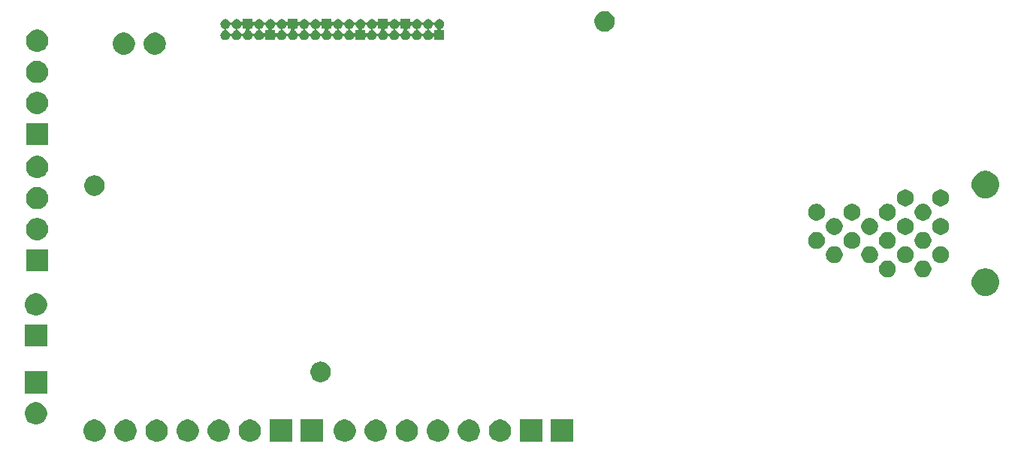
<source format=gbr>
G04 #@! TF.GenerationSoftware,KiCad,Pcbnew,(5.1.5-0-10_14)*
G04 #@! TF.CreationDate,2020-02-27T14:11:35-08:00*
G04 #@! TF.ProjectId,MotorDriverBoard_v2,4d6f746f-7244-4726-9976-6572426f6172,rev?*
G04 #@! TF.SameCoordinates,Original*
G04 #@! TF.FileFunction,Soldermask,Bot*
G04 #@! TF.FilePolarity,Negative*
%FSLAX46Y46*%
G04 Gerber Fmt 4.6, Leading zero omitted, Abs format (unit mm)*
G04 Created by KiCad (PCBNEW (5.1.5-0-10_14)) date 2020-02-27 14:11:35*
%MOMM*%
%LPD*%
G04 APERTURE LIST*
%ADD10C,0.100000*%
G04 APERTURE END LIST*
D10*
G36*
X134463000Y-80880000D02*
G01*
X131961000Y-80880000D01*
X131961000Y-78378000D01*
X134463000Y-78378000D01*
X134463000Y-80880000D01*
G37*
G36*
X130963000Y-80880000D02*
G01*
X128461000Y-80880000D01*
X128461000Y-78378000D01*
X130963000Y-78378000D01*
X130963000Y-80880000D01*
G37*
G36*
X126576903Y-78426075D02*
G01*
X126672002Y-78465466D01*
X126804571Y-78520378D01*
X127009466Y-78657285D01*
X127183715Y-78831534D01*
X127320622Y-79036429D01*
X127414925Y-79264097D01*
X127463000Y-79505787D01*
X127463000Y-79752213D01*
X127414925Y-79993903D01*
X127320622Y-80221571D01*
X127183715Y-80426466D01*
X127009466Y-80600715D01*
X126804571Y-80737622D01*
X126804570Y-80737623D01*
X126804569Y-80737623D01*
X126576903Y-80831925D01*
X126335214Y-80880000D01*
X126088786Y-80880000D01*
X125847097Y-80831925D01*
X125619431Y-80737623D01*
X125619430Y-80737623D01*
X125619429Y-80737622D01*
X125414534Y-80600715D01*
X125240285Y-80426466D01*
X125103378Y-80221571D01*
X125009075Y-79993903D01*
X124961000Y-79752213D01*
X124961000Y-79505787D01*
X125009075Y-79264097D01*
X125103378Y-79036429D01*
X125240285Y-78831534D01*
X125414534Y-78657285D01*
X125619429Y-78520378D01*
X125751999Y-78465466D01*
X125847097Y-78426075D01*
X126088786Y-78378000D01*
X126335214Y-78378000D01*
X126576903Y-78426075D01*
G37*
G36*
X123076903Y-78426075D02*
G01*
X123172002Y-78465466D01*
X123304571Y-78520378D01*
X123509466Y-78657285D01*
X123683715Y-78831534D01*
X123820622Y-79036429D01*
X123914925Y-79264097D01*
X123963000Y-79505787D01*
X123963000Y-79752213D01*
X123914925Y-79993903D01*
X123820622Y-80221571D01*
X123683715Y-80426466D01*
X123509466Y-80600715D01*
X123304571Y-80737622D01*
X123304570Y-80737623D01*
X123304569Y-80737623D01*
X123076903Y-80831925D01*
X122835214Y-80880000D01*
X122588786Y-80880000D01*
X122347097Y-80831925D01*
X122119431Y-80737623D01*
X122119430Y-80737623D01*
X122119429Y-80737622D01*
X121914534Y-80600715D01*
X121740285Y-80426466D01*
X121603378Y-80221571D01*
X121509075Y-79993903D01*
X121461000Y-79752213D01*
X121461000Y-79505787D01*
X121509075Y-79264097D01*
X121603378Y-79036429D01*
X121740285Y-78831534D01*
X121914534Y-78657285D01*
X122119429Y-78520378D01*
X122251999Y-78465466D01*
X122347097Y-78426075D01*
X122588786Y-78378000D01*
X122835214Y-78378000D01*
X123076903Y-78426075D01*
G37*
G36*
X119576903Y-78426075D02*
G01*
X119672002Y-78465466D01*
X119804571Y-78520378D01*
X120009466Y-78657285D01*
X120183715Y-78831534D01*
X120320622Y-79036429D01*
X120414925Y-79264097D01*
X120463000Y-79505787D01*
X120463000Y-79752213D01*
X120414925Y-79993903D01*
X120320622Y-80221571D01*
X120183715Y-80426466D01*
X120009466Y-80600715D01*
X119804571Y-80737622D01*
X119804570Y-80737623D01*
X119804569Y-80737623D01*
X119576903Y-80831925D01*
X119335214Y-80880000D01*
X119088786Y-80880000D01*
X118847097Y-80831925D01*
X118619431Y-80737623D01*
X118619430Y-80737623D01*
X118619429Y-80737622D01*
X118414534Y-80600715D01*
X118240285Y-80426466D01*
X118103378Y-80221571D01*
X118009075Y-79993903D01*
X117961000Y-79752213D01*
X117961000Y-79505787D01*
X118009075Y-79264097D01*
X118103378Y-79036429D01*
X118240285Y-78831534D01*
X118414534Y-78657285D01*
X118619429Y-78520378D01*
X118751999Y-78465466D01*
X118847097Y-78426075D01*
X119088786Y-78378000D01*
X119335214Y-78378000D01*
X119576903Y-78426075D01*
G37*
G36*
X116076903Y-78426075D02*
G01*
X116172002Y-78465466D01*
X116304571Y-78520378D01*
X116509466Y-78657285D01*
X116683715Y-78831534D01*
X116820622Y-79036429D01*
X116914925Y-79264097D01*
X116963000Y-79505787D01*
X116963000Y-79752213D01*
X116914925Y-79993903D01*
X116820622Y-80221571D01*
X116683715Y-80426466D01*
X116509466Y-80600715D01*
X116304571Y-80737622D01*
X116304570Y-80737623D01*
X116304569Y-80737623D01*
X116076903Y-80831925D01*
X115835214Y-80880000D01*
X115588786Y-80880000D01*
X115347097Y-80831925D01*
X115119431Y-80737623D01*
X115119430Y-80737623D01*
X115119429Y-80737622D01*
X114914534Y-80600715D01*
X114740285Y-80426466D01*
X114603378Y-80221571D01*
X114509075Y-79993903D01*
X114461000Y-79752213D01*
X114461000Y-79505787D01*
X114509075Y-79264097D01*
X114603378Y-79036429D01*
X114740285Y-78831534D01*
X114914534Y-78657285D01*
X115119429Y-78520378D01*
X115251999Y-78465466D01*
X115347097Y-78426075D01*
X115588786Y-78378000D01*
X115835214Y-78378000D01*
X116076903Y-78426075D01*
G37*
G36*
X112576903Y-78426075D02*
G01*
X112672002Y-78465466D01*
X112804571Y-78520378D01*
X113009466Y-78657285D01*
X113183715Y-78831534D01*
X113320622Y-79036429D01*
X113414925Y-79264097D01*
X113463000Y-79505787D01*
X113463000Y-79752213D01*
X113414925Y-79993903D01*
X113320622Y-80221571D01*
X113183715Y-80426466D01*
X113009466Y-80600715D01*
X112804571Y-80737622D01*
X112804570Y-80737623D01*
X112804569Y-80737623D01*
X112576903Y-80831925D01*
X112335214Y-80880000D01*
X112088786Y-80880000D01*
X111847097Y-80831925D01*
X111619431Y-80737623D01*
X111619430Y-80737623D01*
X111619429Y-80737622D01*
X111414534Y-80600715D01*
X111240285Y-80426466D01*
X111103378Y-80221571D01*
X111009075Y-79993903D01*
X110961000Y-79752213D01*
X110961000Y-79505787D01*
X111009075Y-79264097D01*
X111103378Y-79036429D01*
X111240285Y-78831534D01*
X111414534Y-78657285D01*
X111619429Y-78520378D01*
X111751999Y-78465466D01*
X111847097Y-78426075D01*
X112088786Y-78378000D01*
X112335214Y-78378000D01*
X112576903Y-78426075D01*
G37*
G36*
X109076903Y-78426075D02*
G01*
X109172002Y-78465466D01*
X109304571Y-78520378D01*
X109509466Y-78657285D01*
X109683715Y-78831534D01*
X109820622Y-79036429D01*
X109914925Y-79264097D01*
X109963000Y-79505787D01*
X109963000Y-79752213D01*
X109914925Y-79993903D01*
X109820622Y-80221571D01*
X109683715Y-80426466D01*
X109509466Y-80600715D01*
X109304571Y-80737622D01*
X109304570Y-80737623D01*
X109304569Y-80737623D01*
X109076903Y-80831925D01*
X108835214Y-80880000D01*
X108588786Y-80880000D01*
X108347097Y-80831925D01*
X108119431Y-80737623D01*
X108119430Y-80737623D01*
X108119429Y-80737622D01*
X107914534Y-80600715D01*
X107740285Y-80426466D01*
X107603378Y-80221571D01*
X107509075Y-79993903D01*
X107461000Y-79752213D01*
X107461000Y-79505787D01*
X107509075Y-79264097D01*
X107603378Y-79036429D01*
X107740285Y-78831534D01*
X107914534Y-78657285D01*
X108119429Y-78520378D01*
X108251999Y-78465466D01*
X108347097Y-78426075D01*
X108588786Y-78378000D01*
X108835214Y-78378000D01*
X109076903Y-78426075D01*
G37*
G36*
X106269000Y-80880000D02*
G01*
X103767000Y-80880000D01*
X103767000Y-78378000D01*
X106269000Y-78378000D01*
X106269000Y-80880000D01*
G37*
G36*
X102769000Y-80880000D02*
G01*
X100267000Y-80880000D01*
X100267000Y-78378000D01*
X102769000Y-78378000D01*
X102769000Y-80880000D01*
G37*
G36*
X98382903Y-78426075D02*
G01*
X98478002Y-78465466D01*
X98610571Y-78520378D01*
X98815466Y-78657285D01*
X98989715Y-78831534D01*
X99126622Y-79036429D01*
X99220925Y-79264097D01*
X99269000Y-79505787D01*
X99269000Y-79752213D01*
X99220925Y-79993903D01*
X99126622Y-80221571D01*
X98989715Y-80426466D01*
X98815466Y-80600715D01*
X98610571Y-80737622D01*
X98610570Y-80737623D01*
X98610569Y-80737623D01*
X98382903Y-80831925D01*
X98141214Y-80880000D01*
X97894786Y-80880000D01*
X97653097Y-80831925D01*
X97425431Y-80737623D01*
X97425430Y-80737623D01*
X97425429Y-80737622D01*
X97220534Y-80600715D01*
X97046285Y-80426466D01*
X96909378Y-80221571D01*
X96815075Y-79993903D01*
X96767000Y-79752213D01*
X96767000Y-79505787D01*
X96815075Y-79264097D01*
X96909378Y-79036429D01*
X97046285Y-78831534D01*
X97220534Y-78657285D01*
X97425429Y-78520378D01*
X97557999Y-78465466D01*
X97653097Y-78426075D01*
X97894786Y-78378000D01*
X98141214Y-78378000D01*
X98382903Y-78426075D01*
G37*
G36*
X94882903Y-78426075D02*
G01*
X94978002Y-78465466D01*
X95110571Y-78520378D01*
X95315466Y-78657285D01*
X95489715Y-78831534D01*
X95626622Y-79036429D01*
X95720925Y-79264097D01*
X95769000Y-79505787D01*
X95769000Y-79752213D01*
X95720925Y-79993903D01*
X95626622Y-80221571D01*
X95489715Y-80426466D01*
X95315466Y-80600715D01*
X95110571Y-80737622D01*
X95110570Y-80737623D01*
X95110569Y-80737623D01*
X94882903Y-80831925D01*
X94641214Y-80880000D01*
X94394786Y-80880000D01*
X94153097Y-80831925D01*
X93925431Y-80737623D01*
X93925430Y-80737623D01*
X93925429Y-80737622D01*
X93720534Y-80600715D01*
X93546285Y-80426466D01*
X93409378Y-80221571D01*
X93315075Y-79993903D01*
X93267000Y-79752213D01*
X93267000Y-79505787D01*
X93315075Y-79264097D01*
X93409378Y-79036429D01*
X93546285Y-78831534D01*
X93720534Y-78657285D01*
X93925429Y-78520378D01*
X94057999Y-78465466D01*
X94153097Y-78426075D01*
X94394786Y-78378000D01*
X94641214Y-78378000D01*
X94882903Y-78426075D01*
G37*
G36*
X91382903Y-78426075D02*
G01*
X91478002Y-78465466D01*
X91610571Y-78520378D01*
X91815466Y-78657285D01*
X91989715Y-78831534D01*
X92126622Y-79036429D01*
X92220925Y-79264097D01*
X92269000Y-79505787D01*
X92269000Y-79752213D01*
X92220925Y-79993903D01*
X92126622Y-80221571D01*
X91989715Y-80426466D01*
X91815466Y-80600715D01*
X91610571Y-80737622D01*
X91610570Y-80737623D01*
X91610569Y-80737623D01*
X91382903Y-80831925D01*
X91141214Y-80880000D01*
X90894786Y-80880000D01*
X90653097Y-80831925D01*
X90425431Y-80737623D01*
X90425430Y-80737623D01*
X90425429Y-80737622D01*
X90220534Y-80600715D01*
X90046285Y-80426466D01*
X89909378Y-80221571D01*
X89815075Y-79993903D01*
X89767000Y-79752213D01*
X89767000Y-79505787D01*
X89815075Y-79264097D01*
X89909378Y-79036429D01*
X90046285Y-78831534D01*
X90220534Y-78657285D01*
X90425429Y-78520378D01*
X90557999Y-78465466D01*
X90653097Y-78426075D01*
X90894786Y-78378000D01*
X91141214Y-78378000D01*
X91382903Y-78426075D01*
G37*
G36*
X87882903Y-78426075D02*
G01*
X87978002Y-78465466D01*
X88110571Y-78520378D01*
X88315466Y-78657285D01*
X88489715Y-78831534D01*
X88626622Y-79036429D01*
X88720925Y-79264097D01*
X88769000Y-79505787D01*
X88769000Y-79752213D01*
X88720925Y-79993903D01*
X88626622Y-80221571D01*
X88489715Y-80426466D01*
X88315466Y-80600715D01*
X88110571Y-80737622D01*
X88110570Y-80737623D01*
X88110569Y-80737623D01*
X87882903Y-80831925D01*
X87641214Y-80880000D01*
X87394786Y-80880000D01*
X87153097Y-80831925D01*
X86925431Y-80737623D01*
X86925430Y-80737623D01*
X86925429Y-80737622D01*
X86720534Y-80600715D01*
X86546285Y-80426466D01*
X86409378Y-80221571D01*
X86315075Y-79993903D01*
X86267000Y-79752213D01*
X86267000Y-79505787D01*
X86315075Y-79264097D01*
X86409378Y-79036429D01*
X86546285Y-78831534D01*
X86720534Y-78657285D01*
X86925429Y-78520378D01*
X87057999Y-78465466D01*
X87153097Y-78426075D01*
X87394786Y-78378000D01*
X87641214Y-78378000D01*
X87882903Y-78426075D01*
G37*
G36*
X84382903Y-78426075D02*
G01*
X84478002Y-78465466D01*
X84610571Y-78520378D01*
X84815466Y-78657285D01*
X84989715Y-78831534D01*
X85126622Y-79036429D01*
X85220925Y-79264097D01*
X85269000Y-79505787D01*
X85269000Y-79752213D01*
X85220925Y-79993903D01*
X85126622Y-80221571D01*
X84989715Y-80426466D01*
X84815466Y-80600715D01*
X84610571Y-80737622D01*
X84610570Y-80737623D01*
X84610569Y-80737623D01*
X84382903Y-80831925D01*
X84141214Y-80880000D01*
X83894786Y-80880000D01*
X83653097Y-80831925D01*
X83425431Y-80737623D01*
X83425430Y-80737623D01*
X83425429Y-80737622D01*
X83220534Y-80600715D01*
X83046285Y-80426466D01*
X82909378Y-80221571D01*
X82815075Y-79993903D01*
X82767000Y-79752213D01*
X82767000Y-79505787D01*
X82815075Y-79264097D01*
X82909378Y-79036429D01*
X83046285Y-78831534D01*
X83220534Y-78657285D01*
X83425429Y-78520378D01*
X83557999Y-78465466D01*
X83653097Y-78426075D01*
X83894786Y-78378000D01*
X84141214Y-78378000D01*
X84382903Y-78426075D01*
G37*
G36*
X80882903Y-78426075D02*
G01*
X80978002Y-78465466D01*
X81110571Y-78520378D01*
X81315466Y-78657285D01*
X81489715Y-78831534D01*
X81626622Y-79036429D01*
X81720925Y-79264097D01*
X81769000Y-79505787D01*
X81769000Y-79752213D01*
X81720925Y-79993903D01*
X81626622Y-80221571D01*
X81489715Y-80426466D01*
X81315466Y-80600715D01*
X81110571Y-80737622D01*
X81110570Y-80737623D01*
X81110569Y-80737623D01*
X80882903Y-80831925D01*
X80641214Y-80880000D01*
X80394786Y-80880000D01*
X80153097Y-80831925D01*
X79925431Y-80737623D01*
X79925430Y-80737623D01*
X79925429Y-80737622D01*
X79720534Y-80600715D01*
X79546285Y-80426466D01*
X79409378Y-80221571D01*
X79315075Y-79993903D01*
X79267000Y-79752213D01*
X79267000Y-79505787D01*
X79315075Y-79264097D01*
X79409378Y-79036429D01*
X79546285Y-78831534D01*
X79720534Y-78657285D01*
X79925429Y-78520378D01*
X80057999Y-78465466D01*
X80153097Y-78426075D01*
X80394786Y-78378000D01*
X80641214Y-78378000D01*
X80882903Y-78426075D01*
G37*
G36*
X74278903Y-76465075D02*
G01*
X74506571Y-76559378D01*
X74711466Y-76696285D01*
X74885715Y-76870534D01*
X75022622Y-77075429D01*
X75116925Y-77303097D01*
X75165000Y-77544787D01*
X75165000Y-77791213D01*
X75116925Y-78032903D01*
X75022622Y-78260571D01*
X74885715Y-78465466D01*
X74711466Y-78639715D01*
X74506571Y-78776622D01*
X74506570Y-78776623D01*
X74506569Y-78776623D01*
X74278903Y-78870925D01*
X74037214Y-78919000D01*
X73790786Y-78919000D01*
X73549097Y-78870925D01*
X73321431Y-78776623D01*
X73321430Y-78776623D01*
X73321429Y-78776622D01*
X73116534Y-78639715D01*
X72942285Y-78465466D01*
X72805378Y-78260571D01*
X72711075Y-78032903D01*
X72663000Y-77791213D01*
X72663000Y-77544787D01*
X72711075Y-77303097D01*
X72805378Y-77075429D01*
X72942285Y-76870534D01*
X73116534Y-76696285D01*
X73321429Y-76559378D01*
X73549097Y-76465075D01*
X73790786Y-76417000D01*
X74037214Y-76417000D01*
X74278903Y-76465075D01*
G37*
G36*
X75165000Y-75419000D02*
G01*
X72663000Y-75419000D01*
X72663000Y-72917000D01*
X75165000Y-72917000D01*
X75165000Y-75419000D01*
G37*
G36*
X106224549Y-71871116D02*
G01*
X106335734Y-71893232D01*
X106545203Y-71979997D01*
X106733720Y-72105960D01*
X106894040Y-72266280D01*
X107020003Y-72454797D01*
X107106768Y-72664266D01*
X107151000Y-72886636D01*
X107151000Y-73113364D01*
X107106768Y-73335734D01*
X107020003Y-73545203D01*
X106894040Y-73733720D01*
X106733720Y-73894040D01*
X106545203Y-74020003D01*
X106335734Y-74106768D01*
X106224549Y-74128884D01*
X106113365Y-74151000D01*
X105886635Y-74151000D01*
X105775451Y-74128884D01*
X105664266Y-74106768D01*
X105454797Y-74020003D01*
X105266280Y-73894040D01*
X105105960Y-73733720D01*
X104979997Y-73545203D01*
X104893232Y-73335734D01*
X104849000Y-73113364D01*
X104849000Y-72886636D01*
X104893232Y-72664266D01*
X104979997Y-72454797D01*
X105105960Y-72266280D01*
X105266280Y-72105960D01*
X105454797Y-71979997D01*
X105664266Y-71893232D01*
X105775451Y-71871116D01*
X105886635Y-71849000D01*
X106113365Y-71849000D01*
X106224549Y-71871116D01*
G37*
G36*
X75165000Y-70156000D02*
G01*
X72663000Y-70156000D01*
X72663000Y-67654000D01*
X75165000Y-67654000D01*
X75165000Y-70156000D01*
G37*
G36*
X74278903Y-64202075D02*
G01*
X74506571Y-64296378D01*
X74711466Y-64433285D01*
X74885715Y-64607534D01*
X75022622Y-64812429D01*
X75116925Y-65040097D01*
X75165000Y-65281787D01*
X75165000Y-65528213D01*
X75116925Y-65769903D01*
X75022622Y-65997571D01*
X74885715Y-66202466D01*
X74711466Y-66376715D01*
X74506571Y-66513622D01*
X74506570Y-66513623D01*
X74506569Y-66513623D01*
X74278903Y-66607925D01*
X74037214Y-66656000D01*
X73790786Y-66656000D01*
X73549097Y-66607925D01*
X73321431Y-66513623D01*
X73321430Y-66513623D01*
X73321429Y-66513622D01*
X73116534Y-66376715D01*
X72942285Y-66202466D01*
X72805378Y-65997571D01*
X72711075Y-65769903D01*
X72663000Y-65528213D01*
X72663000Y-65281787D01*
X72711075Y-65040097D01*
X72805378Y-64812429D01*
X72942285Y-64607534D01*
X73116534Y-64433285D01*
X73321429Y-64296378D01*
X73549097Y-64202075D01*
X73790786Y-64154000D01*
X74037214Y-64154000D01*
X74278903Y-64202075D01*
G37*
G36*
X181227585Y-61382802D02*
G01*
X181377410Y-61412604D01*
X181659674Y-61529521D01*
X181913705Y-61699259D01*
X182129741Y-61915295D01*
X182299479Y-62169326D01*
X182416396Y-62451590D01*
X182476000Y-62751240D01*
X182476000Y-63056760D01*
X182416396Y-63356410D01*
X182299479Y-63638674D01*
X182129741Y-63892705D01*
X181913705Y-64108741D01*
X181659674Y-64278479D01*
X181377410Y-64395396D01*
X181227585Y-64425198D01*
X181077761Y-64455000D01*
X180772239Y-64455000D01*
X180622415Y-64425198D01*
X180472590Y-64395396D01*
X180190326Y-64278479D01*
X179936295Y-64108741D01*
X179720259Y-63892705D01*
X179550521Y-63638674D01*
X179433604Y-63356410D01*
X179374000Y-63056760D01*
X179374000Y-62751240D01*
X179433604Y-62451590D01*
X179550521Y-62169326D01*
X179720259Y-61915295D01*
X179936295Y-61699259D01*
X180190326Y-61529521D01*
X180472590Y-61412604D01*
X180622415Y-61382802D01*
X180772239Y-61353000D01*
X181077761Y-61353000D01*
X181227585Y-61382802D01*
G37*
G36*
X174152395Y-60489546D02*
G01*
X174325466Y-60561234D01*
X174325467Y-60561235D01*
X174481227Y-60665310D01*
X174613690Y-60797773D01*
X174613691Y-60797775D01*
X174717766Y-60953534D01*
X174789454Y-61126605D01*
X174826000Y-61310333D01*
X174826000Y-61497667D01*
X174789454Y-61681395D01*
X174717766Y-61854466D01*
X174717765Y-61854467D01*
X174613690Y-62010227D01*
X174481227Y-62142690D01*
X174441363Y-62169326D01*
X174325466Y-62246766D01*
X174152395Y-62318454D01*
X173968667Y-62355000D01*
X173781333Y-62355000D01*
X173597605Y-62318454D01*
X173424534Y-62246766D01*
X173308637Y-62169326D01*
X173268773Y-62142690D01*
X173136310Y-62010227D01*
X173032235Y-61854467D01*
X173032234Y-61854466D01*
X172960546Y-61681395D01*
X172924000Y-61497667D01*
X172924000Y-61310333D01*
X172960546Y-61126605D01*
X173032234Y-60953534D01*
X173136309Y-60797775D01*
X173136310Y-60797773D01*
X173268773Y-60665310D01*
X173424533Y-60561235D01*
X173424534Y-60561234D01*
X173597605Y-60489546D01*
X173781333Y-60453000D01*
X173968667Y-60453000D01*
X174152395Y-60489546D01*
G37*
G36*
X170152395Y-60489546D02*
G01*
X170325466Y-60561234D01*
X170325467Y-60561235D01*
X170481227Y-60665310D01*
X170613690Y-60797773D01*
X170613691Y-60797775D01*
X170717766Y-60953534D01*
X170789454Y-61126605D01*
X170826000Y-61310333D01*
X170826000Y-61497667D01*
X170789454Y-61681395D01*
X170717766Y-61854466D01*
X170717765Y-61854467D01*
X170613690Y-62010227D01*
X170481227Y-62142690D01*
X170441363Y-62169326D01*
X170325466Y-62246766D01*
X170152395Y-62318454D01*
X169968667Y-62355000D01*
X169781333Y-62355000D01*
X169597605Y-62318454D01*
X169424534Y-62246766D01*
X169308637Y-62169326D01*
X169268773Y-62142690D01*
X169136310Y-62010227D01*
X169032235Y-61854467D01*
X169032234Y-61854466D01*
X168960546Y-61681395D01*
X168924000Y-61497667D01*
X168924000Y-61310333D01*
X168960546Y-61126605D01*
X169032234Y-60953534D01*
X169136309Y-60797775D01*
X169136310Y-60797773D01*
X169268773Y-60665310D01*
X169424533Y-60561235D01*
X169424534Y-60561234D01*
X169597605Y-60489546D01*
X169781333Y-60453000D01*
X169968667Y-60453000D01*
X170152395Y-60489546D01*
G37*
G36*
X75292000Y-61662000D02*
G01*
X72790000Y-61662000D01*
X72790000Y-59160000D01*
X75292000Y-59160000D01*
X75292000Y-61662000D01*
G37*
G36*
X176152395Y-58889546D02*
G01*
X176325466Y-58961234D01*
X176325467Y-58961235D01*
X176481227Y-59065310D01*
X176613690Y-59197773D01*
X176613691Y-59197775D01*
X176717766Y-59353534D01*
X176789454Y-59526605D01*
X176826000Y-59710333D01*
X176826000Y-59897667D01*
X176789454Y-60081395D01*
X176717766Y-60254466D01*
X176717765Y-60254467D01*
X176613690Y-60410227D01*
X176481227Y-60542690D01*
X176453472Y-60561235D01*
X176325466Y-60646766D01*
X176152395Y-60718454D01*
X175968667Y-60755000D01*
X175781333Y-60755000D01*
X175597605Y-60718454D01*
X175424534Y-60646766D01*
X175296528Y-60561235D01*
X175268773Y-60542690D01*
X175136310Y-60410227D01*
X175032235Y-60254467D01*
X175032234Y-60254466D01*
X174960546Y-60081395D01*
X174924000Y-59897667D01*
X174924000Y-59710333D01*
X174960546Y-59526605D01*
X175032234Y-59353534D01*
X175136309Y-59197775D01*
X175136310Y-59197773D01*
X175268773Y-59065310D01*
X175424533Y-58961235D01*
X175424534Y-58961234D01*
X175597605Y-58889546D01*
X175781333Y-58853000D01*
X175968667Y-58853000D01*
X176152395Y-58889546D01*
G37*
G36*
X172152395Y-58889546D02*
G01*
X172325466Y-58961234D01*
X172325467Y-58961235D01*
X172481227Y-59065310D01*
X172613690Y-59197773D01*
X172613691Y-59197775D01*
X172717766Y-59353534D01*
X172789454Y-59526605D01*
X172826000Y-59710333D01*
X172826000Y-59897667D01*
X172789454Y-60081395D01*
X172717766Y-60254466D01*
X172717765Y-60254467D01*
X172613690Y-60410227D01*
X172481227Y-60542690D01*
X172453472Y-60561235D01*
X172325466Y-60646766D01*
X172152395Y-60718454D01*
X171968667Y-60755000D01*
X171781333Y-60755000D01*
X171597605Y-60718454D01*
X171424534Y-60646766D01*
X171296528Y-60561235D01*
X171268773Y-60542690D01*
X171136310Y-60410227D01*
X171032235Y-60254467D01*
X171032234Y-60254466D01*
X170960546Y-60081395D01*
X170924000Y-59897667D01*
X170924000Y-59710333D01*
X170960546Y-59526605D01*
X171032234Y-59353534D01*
X171136309Y-59197775D01*
X171136310Y-59197773D01*
X171268773Y-59065310D01*
X171424533Y-58961235D01*
X171424534Y-58961234D01*
X171597605Y-58889546D01*
X171781333Y-58853000D01*
X171968667Y-58853000D01*
X172152395Y-58889546D01*
G37*
G36*
X168152395Y-58889546D02*
G01*
X168325466Y-58961234D01*
X168325467Y-58961235D01*
X168481227Y-59065310D01*
X168613690Y-59197773D01*
X168613691Y-59197775D01*
X168717766Y-59353534D01*
X168789454Y-59526605D01*
X168826000Y-59710333D01*
X168826000Y-59897667D01*
X168789454Y-60081395D01*
X168717766Y-60254466D01*
X168717765Y-60254467D01*
X168613690Y-60410227D01*
X168481227Y-60542690D01*
X168453472Y-60561235D01*
X168325466Y-60646766D01*
X168152395Y-60718454D01*
X167968667Y-60755000D01*
X167781333Y-60755000D01*
X167597605Y-60718454D01*
X167424534Y-60646766D01*
X167296528Y-60561235D01*
X167268773Y-60542690D01*
X167136310Y-60410227D01*
X167032235Y-60254467D01*
X167032234Y-60254466D01*
X166960546Y-60081395D01*
X166924000Y-59897667D01*
X166924000Y-59710333D01*
X166960546Y-59526605D01*
X167032234Y-59353534D01*
X167136309Y-59197775D01*
X167136310Y-59197773D01*
X167268773Y-59065310D01*
X167424533Y-58961235D01*
X167424534Y-58961234D01*
X167597605Y-58889546D01*
X167781333Y-58853000D01*
X167968667Y-58853000D01*
X168152395Y-58889546D01*
G37*
G36*
X164152395Y-58889546D02*
G01*
X164325466Y-58961234D01*
X164325467Y-58961235D01*
X164481227Y-59065310D01*
X164613690Y-59197773D01*
X164613691Y-59197775D01*
X164717766Y-59353534D01*
X164789454Y-59526605D01*
X164826000Y-59710333D01*
X164826000Y-59897667D01*
X164789454Y-60081395D01*
X164717766Y-60254466D01*
X164717765Y-60254467D01*
X164613690Y-60410227D01*
X164481227Y-60542690D01*
X164453472Y-60561235D01*
X164325466Y-60646766D01*
X164152395Y-60718454D01*
X163968667Y-60755000D01*
X163781333Y-60755000D01*
X163597605Y-60718454D01*
X163424534Y-60646766D01*
X163296528Y-60561235D01*
X163268773Y-60542690D01*
X163136310Y-60410227D01*
X163032235Y-60254467D01*
X163032234Y-60254466D01*
X162960546Y-60081395D01*
X162924000Y-59897667D01*
X162924000Y-59710333D01*
X162960546Y-59526605D01*
X163032234Y-59353534D01*
X163136309Y-59197775D01*
X163136310Y-59197773D01*
X163268773Y-59065310D01*
X163424533Y-58961235D01*
X163424534Y-58961234D01*
X163597605Y-58889546D01*
X163781333Y-58853000D01*
X163968667Y-58853000D01*
X164152395Y-58889546D01*
G37*
G36*
X174152395Y-57289546D02*
G01*
X174325466Y-57361234D01*
X174325467Y-57361235D01*
X174481227Y-57465310D01*
X174613690Y-57597773D01*
X174613691Y-57597775D01*
X174717766Y-57753534D01*
X174789454Y-57926605D01*
X174826000Y-58110333D01*
X174826000Y-58297667D01*
X174789454Y-58481395D01*
X174717766Y-58654466D01*
X174717765Y-58654467D01*
X174613690Y-58810227D01*
X174481227Y-58942690D01*
X174453472Y-58961235D01*
X174325466Y-59046766D01*
X174152395Y-59118454D01*
X173968667Y-59155000D01*
X173781333Y-59155000D01*
X173597605Y-59118454D01*
X173424534Y-59046766D01*
X173296528Y-58961235D01*
X173268773Y-58942690D01*
X173136310Y-58810227D01*
X173032235Y-58654467D01*
X173032234Y-58654466D01*
X172960546Y-58481395D01*
X172924000Y-58297667D01*
X172924000Y-58110333D01*
X172960546Y-57926605D01*
X173032234Y-57753534D01*
X173136309Y-57597775D01*
X173136310Y-57597773D01*
X173268773Y-57465310D01*
X173424533Y-57361235D01*
X173424534Y-57361234D01*
X173597605Y-57289546D01*
X173781333Y-57253000D01*
X173968667Y-57253000D01*
X174152395Y-57289546D01*
G37*
G36*
X162152395Y-57289546D02*
G01*
X162325466Y-57361234D01*
X162325467Y-57361235D01*
X162481227Y-57465310D01*
X162613690Y-57597773D01*
X162613691Y-57597775D01*
X162717766Y-57753534D01*
X162789454Y-57926605D01*
X162826000Y-58110333D01*
X162826000Y-58297667D01*
X162789454Y-58481395D01*
X162717766Y-58654466D01*
X162717765Y-58654467D01*
X162613690Y-58810227D01*
X162481227Y-58942690D01*
X162453472Y-58961235D01*
X162325466Y-59046766D01*
X162152395Y-59118454D01*
X161968667Y-59155000D01*
X161781333Y-59155000D01*
X161597605Y-59118454D01*
X161424534Y-59046766D01*
X161296528Y-58961235D01*
X161268773Y-58942690D01*
X161136310Y-58810227D01*
X161032235Y-58654467D01*
X161032234Y-58654466D01*
X160960546Y-58481395D01*
X160924000Y-58297667D01*
X160924000Y-58110333D01*
X160960546Y-57926605D01*
X161032234Y-57753534D01*
X161136309Y-57597775D01*
X161136310Y-57597773D01*
X161268773Y-57465310D01*
X161424533Y-57361235D01*
X161424534Y-57361234D01*
X161597605Y-57289546D01*
X161781333Y-57253000D01*
X161968667Y-57253000D01*
X162152395Y-57289546D01*
G37*
G36*
X170152395Y-57289546D02*
G01*
X170325466Y-57361234D01*
X170325467Y-57361235D01*
X170481227Y-57465310D01*
X170613690Y-57597773D01*
X170613691Y-57597775D01*
X170717766Y-57753534D01*
X170789454Y-57926605D01*
X170826000Y-58110333D01*
X170826000Y-58297667D01*
X170789454Y-58481395D01*
X170717766Y-58654466D01*
X170717765Y-58654467D01*
X170613690Y-58810227D01*
X170481227Y-58942690D01*
X170453472Y-58961235D01*
X170325466Y-59046766D01*
X170152395Y-59118454D01*
X169968667Y-59155000D01*
X169781333Y-59155000D01*
X169597605Y-59118454D01*
X169424534Y-59046766D01*
X169296528Y-58961235D01*
X169268773Y-58942690D01*
X169136310Y-58810227D01*
X169032235Y-58654467D01*
X169032234Y-58654466D01*
X168960546Y-58481395D01*
X168924000Y-58297667D01*
X168924000Y-58110333D01*
X168960546Y-57926605D01*
X169032234Y-57753534D01*
X169136309Y-57597775D01*
X169136310Y-57597773D01*
X169268773Y-57465310D01*
X169424533Y-57361235D01*
X169424534Y-57361234D01*
X169597605Y-57289546D01*
X169781333Y-57253000D01*
X169968667Y-57253000D01*
X170152395Y-57289546D01*
G37*
G36*
X166152395Y-57289546D02*
G01*
X166325466Y-57361234D01*
X166325467Y-57361235D01*
X166481227Y-57465310D01*
X166613690Y-57597773D01*
X166613691Y-57597775D01*
X166717766Y-57753534D01*
X166789454Y-57926605D01*
X166826000Y-58110333D01*
X166826000Y-58297667D01*
X166789454Y-58481395D01*
X166717766Y-58654466D01*
X166717765Y-58654467D01*
X166613690Y-58810227D01*
X166481227Y-58942690D01*
X166453472Y-58961235D01*
X166325466Y-59046766D01*
X166152395Y-59118454D01*
X165968667Y-59155000D01*
X165781333Y-59155000D01*
X165597605Y-59118454D01*
X165424534Y-59046766D01*
X165296528Y-58961235D01*
X165268773Y-58942690D01*
X165136310Y-58810227D01*
X165032235Y-58654467D01*
X165032234Y-58654466D01*
X164960546Y-58481395D01*
X164924000Y-58297667D01*
X164924000Y-58110333D01*
X164960546Y-57926605D01*
X165032234Y-57753534D01*
X165136309Y-57597775D01*
X165136310Y-57597773D01*
X165268773Y-57465310D01*
X165424533Y-57361235D01*
X165424534Y-57361234D01*
X165597605Y-57289546D01*
X165781333Y-57253000D01*
X165968667Y-57253000D01*
X166152395Y-57289546D01*
G37*
G36*
X74405903Y-55708075D02*
G01*
X74534241Y-55761234D01*
X74633571Y-55802378D01*
X74838466Y-55939285D01*
X75012715Y-56113534D01*
X75039442Y-56153534D01*
X75149623Y-56318431D01*
X75243925Y-56546097D01*
X75292000Y-56787786D01*
X75292000Y-57034214D01*
X75287971Y-57054467D01*
X75243925Y-57275903D01*
X75149622Y-57503571D01*
X75012715Y-57708466D01*
X74838466Y-57882715D01*
X74633571Y-58019622D01*
X74633570Y-58019623D01*
X74633569Y-58019623D01*
X74405903Y-58113925D01*
X74164214Y-58162000D01*
X73917786Y-58162000D01*
X73676097Y-58113925D01*
X73448431Y-58019623D01*
X73448430Y-58019623D01*
X73448429Y-58019622D01*
X73243534Y-57882715D01*
X73069285Y-57708466D01*
X72932378Y-57503571D01*
X72838075Y-57275903D01*
X72794029Y-57054467D01*
X72790000Y-57034214D01*
X72790000Y-56787786D01*
X72838075Y-56546097D01*
X72932377Y-56318431D01*
X73042558Y-56153534D01*
X73069285Y-56113534D01*
X73243534Y-55939285D01*
X73448429Y-55802378D01*
X73547760Y-55761234D01*
X73676097Y-55708075D01*
X73917786Y-55660000D01*
X74164214Y-55660000D01*
X74405903Y-55708075D01*
G37*
G36*
X164152395Y-55689546D02*
G01*
X164325466Y-55761234D01*
X164325467Y-55761235D01*
X164481227Y-55865310D01*
X164613690Y-55997773D01*
X164613691Y-55997775D01*
X164717766Y-56153534D01*
X164789454Y-56326605D01*
X164826000Y-56510333D01*
X164826000Y-56697667D01*
X164789454Y-56881395D01*
X164717766Y-57054466D01*
X164717765Y-57054467D01*
X164613690Y-57210227D01*
X164481227Y-57342690D01*
X164453472Y-57361235D01*
X164325466Y-57446766D01*
X164152395Y-57518454D01*
X163968667Y-57555000D01*
X163781333Y-57555000D01*
X163597605Y-57518454D01*
X163424534Y-57446766D01*
X163296528Y-57361235D01*
X163268773Y-57342690D01*
X163136310Y-57210227D01*
X163032235Y-57054467D01*
X163032234Y-57054466D01*
X162960546Y-56881395D01*
X162924000Y-56697667D01*
X162924000Y-56510333D01*
X162960546Y-56326605D01*
X163032234Y-56153534D01*
X163136309Y-55997775D01*
X163136310Y-55997773D01*
X163268773Y-55865310D01*
X163424533Y-55761235D01*
X163424534Y-55761234D01*
X163597605Y-55689546D01*
X163781333Y-55653000D01*
X163968667Y-55653000D01*
X164152395Y-55689546D01*
G37*
G36*
X176152395Y-55689546D02*
G01*
X176325466Y-55761234D01*
X176325467Y-55761235D01*
X176481227Y-55865310D01*
X176613690Y-55997773D01*
X176613691Y-55997775D01*
X176717766Y-56153534D01*
X176789454Y-56326605D01*
X176826000Y-56510333D01*
X176826000Y-56697667D01*
X176789454Y-56881395D01*
X176717766Y-57054466D01*
X176717765Y-57054467D01*
X176613690Y-57210227D01*
X176481227Y-57342690D01*
X176453472Y-57361235D01*
X176325466Y-57446766D01*
X176152395Y-57518454D01*
X175968667Y-57555000D01*
X175781333Y-57555000D01*
X175597605Y-57518454D01*
X175424534Y-57446766D01*
X175296528Y-57361235D01*
X175268773Y-57342690D01*
X175136310Y-57210227D01*
X175032235Y-57054467D01*
X175032234Y-57054466D01*
X174960546Y-56881395D01*
X174924000Y-56697667D01*
X174924000Y-56510333D01*
X174960546Y-56326605D01*
X175032234Y-56153534D01*
X175136309Y-55997775D01*
X175136310Y-55997773D01*
X175268773Y-55865310D01*
X175424533Y-55761235D01*
X175424534Y-55761234D01*
X175597605Y-55689546D01*
X175781333Y-55653000D01*
X175968667Y-55653000D01*
X176152395Y-55689546D01*
G37*
G36*
X172152395Y-55689546D02*
G01*
X172325466Y-55761234D01*
X172325467Y-55761235D01*
X172481227Y-55865310D01*
X172613690Y-55997773D01*
X172613691Y-55997775D01*
X172717766Y-56153534D01*
X172789454Y-56326605D01*
X172826000Y-56510333D01*
X172826000Y-56697667D01*
X172789454Y-56881395D01*
X172717766Y-57054466D01*
X172717765Y-57054467D01*
X172613690Y-57210227D01*
X172481227Y-57342690D01*
X172453472Y-57361235D01*
X172325466Y-57446766D01*
X172152395Y-57518454D01*
X171968667Y-57555000D01*
X171781333Y-57555000D01*
X171597605Y-57518454D01*
X171424534Y-57446766D01*
X171296528Y-57361235D01*
X171268773Y-57342690D01*
X171136310Y-57210227D01*
X171032235Y-57054467D01*
X171032234Y-57054466D01*
X170960546Y-56881395D01*
X170924000Y-56697667D01*
X170924000Y-56510333D01*
X170960546Y-56326605D01*
X171032234Y-56153534D01*
X171136309Y-55997775D01*
X171136310Y-55997773D01*
X171268773Y-55865310D01*
X171424533Y-55761235D01*
X171424534Y-55761234D01*
X171597605Y-55689546D01*
X171781333Y-55653000D01*
X171968667Y-55653000D01*
X172152395Y-55689546D01*
G37*
G36*
X168152395Y-55689546D02*
G01*
X168325466Y-55761234D01*
X168325467Y-55761235D01*
X168481227Y-55865310D01*
X168613690Y-55997773D01*
X168613691Y-55997775D01*
X168717766Y-56153534D01*
X168789454Y-56326605D01*
X168826000Y-56510333D01*
X168826000Y-56697667D01*
X168789454Y-56881395D01*
X168717766Y-57054466D01*
X168717765Y-57054467D01*
X168613690Y-57210227D01*
X168481227Y-57342690D01*
X168453472Y-57361235D01*
X168325466Y-57446766D01*
X168152395Y-57518454D01*
X167968667Y-57555000D01*
X167781333Y-57555000D01*
X167597605Y-57518454D01*
X167424534Y-57446766D01*
X167296528Y-57361235D01*
X167268773Y-57342690D01*
X167136310Y-57210227D01*
X167032235Y-57054467D01*
X167032234Y-57054466D01*
X166960546Y-56881395D01*
X166924000Y-56697667D01*
X166924000Y-56510333D01*
X166960546Y-56326605D01*
X167032234Y-56153534D01*
X167136309Y-55997775D01*
X167136310Y-55997773D01*
X167268773Y-55865310D01*
X167424533Y-55761235D01*
X167424534Y-55761234D01*
X167597605Y-55689546D01*
X167781333Y-55653000D01*
X167968667Y-55653000D01*
X168152395Y-55689546D01*
G37*
G36*
X166152395Y-54089546D02*
G01*
X166325466Y-54161234D01*
X166325467Y-54161235D01*
X166481227Y-54265310D01*
X166613690Y-54397773D01*
X166613691Y-54397775D01*
X166717766Y-54553534D01*
X166789454Y-54726605D01*
X166826000Y-54910333D01*
X166826000Y-55097667D01*
X166789454Y-55281395D01*
X166717766Y-55454466D01*
X166717765Y-55454467D01*
X166613690Y-55610227D01*
X166481227Y-55742690D01*
X166453472Y-55761235D01*
X166325466Y-55846766D01*
X166152395Y-55918454D01*
X165968667Y-55955000D01*
X165781333Y-55955000D01*
X165597605Y-55918454D01*
X165424534Y-55846766D01*
X165296528Y-55761235D01*
X165268773Y-55742690D01*
X165136310Y-55610227D01*
X165032235Y-55454467D01*
X165032234Y-55454466D01*
X164960546Y-55281395D01*
X164924000Y-55097667D01*
X164924000Y-54910333D01*
X164960546Y-54726605D01*
X165032234Y-54553534D01*
X165136309Y-54397775D01*
X165136310Y-54397773D01*
X165268773Y-54265310D01*
X165424533Y-54161235D01*
X165424534Y-54161234D01*
X165597605Y-54089546D01*
X165781333Y-54053000D01*
X165968667Y-54053000D01*
X166152395Y-54089546D01*
G37*
G36*
X170152395Y-54089546D02*
G01*
X170325466Y-54161234D01*
X170325467Y-54161235D01*
X170481227Y-54265310D01*
X170613690Y-54397773D01*
X170613691Y-54397775D01*
X170717766Y-54553534D01*
X170789454Y-54726605D01*
X170826000Y-54910333D01*
X170826000Y-55097667D01*
X170789454Y-55281395D01*
X170717766Y-55454466D01*
X170717765Y-55454467D01*
X170613690Y-55610227D01*
X170481227Y-55742690D01*
X170453472Y-55761235D01*
X170325466Y-55846766D01*
X170152395Y-55918454D01*
X169968667Y-55955000D01*
X169781333Y-55955000D01*
X169597605Y-55918454D01*
X169424534Y-55846766D01*
X169296528Y-55761235D01*
X169268773Y-55742690D01*
X169136310Y-55610227D01*
X169032235Y-55454467D01*
X169032234Y-55454466D01*
X168960546Y-55281395D01*
X168924000Y-55097667D01*
X168924000Y-54910333D01*
X168960546Y-54726605D01*
X169032234Y-54553534D01*
X169136309Y-54397775D01*
X169136310Y-54397773D01*
X169268773Y-54265310D01*
X169424533Y-54161235D01*
X169424534Y-54161234D01*
X169597605Y-54089546D01*
X169781333Y-54053000D01*
X169968667Y-54053000D01*
X170152395Y-54089546D01*
G37*
G36*
X174152395Y-54089546D02*
G01*
X174325466Y-54161234D01*
X174325467Y-54161235D01*
X174481227Y-54265310D01*
X174613690Y-54397773D01*
X174613691Y-54397775D01*
X174717766Y-54553534D01*
X174789454Y-54726605D01*
X174826000Y-54910333D01*
X174826000Y-55097667D01*
X174789454Y-55281395D01*
X174717766Y-55454466D01*
X174717765Y-55454467D01*
X174613690Y-55610227D01*
X174481227Y-55742690D01*
X174453472Y-55761235D01*
X174325466Y-55846766D01*
X174152395Y-55918454D01*
X173968667Y-55955000D01*
X173781333Y-55955000D01*
X173597605Y-55918454D01*
X173424534Y-55846766D01*
X173296528Y-55761235D01*
X173268773Y-55742690D01*
X173136310Y-55610227D01*
X173032235Y-55454467D01*
X173032234Y-55454466D01*
X172960546Y-55281395D01*
X172924000Y-55097667D01*
X172924000Y-54910333D01*
X172960546Y-54726605D01*
X173032234Y-54553534D01*
X173136309Y-54397775D01*
X173136310Y-54397773D01*
X173268773Y-54265310D01*
X173424533Y-54161235D01*
X173424534Y-54161234D01*
X173597605Y-54089546D01*
X173781333Y-54053000D01*
X173968667Y-54053000D01*
X174152395Y-54089546D01*
G37*
G36*
X162152395Y-54089546D02*
G01*
X162325466Y-54161234D01*
X162325467Y-54161235D01*
X162481227Y-54265310D01*
X162613690Y-54397773D01*
X162613691Y-54397775D01*
X162717766Y-54553534D01*
X162789454Y-54726605D01*
X162826000Y-54910333D01*
X162826000Y-55097667D01*
X162789454Y-55281395D01*
X162717766Y-55454466D01*
X162717765Y-55454467D01*
X162613690Y-55610227D01*
X162481227Y-55742690D01*
X162453472Y-55761235D01*
X162325466Y-55846766D01*
X162152395Y-55918454D01*
X161968667Y-55955000D01*
X161781333Y-55955000D01*
X161597605Y-55918454D01*
X161424534Y-55846766D01*
X161296528Y-55761235D01*
X161268773Y-55742690D01*
X161136310Y-55610227D01*
X161032235Y-55454467D01*
X161032234Y-55454466D01*
X160960546Y-55281395D01*
X160924000Y-55097667D01*
X160924000Y-54910333D01*
X160960546Y-54726605D01*
X161032234Y-54553534D01*
X161136309Y-54397775D01*
X161136310Y-54397773D01*
X161268773Y-54265310D01*
X161424533Y-54161235D01*
X161424534Y-54161234D01*
X161597605Y-54089546D01*
X161781333Y-54053000D01*
X161968667Y-54053000D01*
X162152395Y-54089546D01*
G37*
G36*
X74405903Y-52208075D02*
G01*
X74633571Y-52302378D01*
X74838466Y-52439285D01*
X75012715Y-52613534D01*
X75093020Y-52733719D01*
X75149623Y-52818431D01*
X75243925Y-53046097D01*
X75264792Y-53151000D01*
X75292000Y-53287787D01*
X75292000Y-53534213D01*
X75243925Y-53775903D01*
X75149622Y-54003571D01*
X75012715Y-54208466D01*
X74838466Y-54382715D01*
X74633571Y-54519622D01*
X74633570Y-54519623D01*
X74633569Y-54519623D01*
X74405903Y-54613925D01*
X74164214Y-54662000D01*
X73917786Y-54662000D01*
X73676097Y-54613925D01*
X73448431Y-54519623D01*
X73448430Y-54519623D01*
X73448429Y-54519622D01*
X73243534Y-54382715D01*
X73069285Y-54208466D01*
X72932378Y-54003571D01*
X72838075Y-53775903D01*
X72790000Y-53534213D01*
X72790000Y-53287787D01*
X72817209Y-53151000D01*
X72838075Y-53046097D01*
X72932377Y-52818431D01*
X72988980Y-52733719D01*
X73069285Y-52613534D01*
X73243534Y-52439285D01*
X73448429Y-52302378D01*
X73676097Y-52208075D01*
X73917786Y-52160000D01*
X74164214Y-52160000D01*
X74405903Y-52208075D01*
G37*
G36*
X176152395Y-52489546D02*
G01*
X176325466Y-52561234D01*
X176325467Y-52561235D01*
X176481227Y-52665310D01*
X176613690Y-52797773D01*
X176613691Y-52797775D01*
X176717766Y-52953534D01*
X176789454Y-53126605D01*
X176826000Y-53310333D01*
X176826000Y-53497667D01*
X176789454Y-53681395D01*
X176717766Y-53854466D01*
X176717765Y-53854467D01*
X176613690Y-54010227D01*
X176481227Y-54142690D01*
X176453472Y-54161235D01*
X176325466Y-54246766D01*
X176152395Y-54318454D01*
X175968667Y-54355000D01*
X175781333Y-54355000D01*
X175597605Y-54318454D01*
X175424534Y-54246766D01*
X175296528Y-54161235D01*
X175268773Y-54142690D01*
X175136310Y-54010227D01*
X175032235Y-53854467D01*
X175032234Y-53854466D01*
X174960546Y-53681395D01*
X174924000Y-53497667D01*
X174924000Y-53310333D01*
X174960546Y-53126605D01*
X175032234Y-52953534D01*
X175136309Y-52797775D01*
X175136310Y-52797773D01*
X175268773Y-52665310D01*
X175424533Y-52561235D01*
X175424534Y-52561234D01*
X175597605Y-52489546D01*
X175781333Y-52453000D01*
X175968667Y-52453000D01*
X176152395Y-52489546D01*
G37*
G36*
X172152395Y-52489546D02*
G01*
X172325466Y-52561234D01*
X172325467Y-52561235D01*
X172481227Y-52665310D01*
X172613690Y-52797773D01*
X172613691Y-52797775D01*
X172717766Y-52953534D01*
X172789454Y-53126605D01*
X172826000Y-53310333D01*
X172826000Y-53497667D01*
X172789454Y-53681395D01*
X172717766Y-53854466D01*
X172717765Y-53854467D01*
X172613690Y-54010227D01*
X172481227Y-54142690D01*
X172453472Y-54161235D01*
X172325466Y-54246766D01*
X172152395Y-54318454D01*
X171968667Y-54355000D01*
X171781333Y-54355000D01*
X171597605Y-54318454D01*
X171424534Y-54246766D01*
X171296528Y-54161235D01*
X171268773Y-54142690D01*
X171136310Y-54010227D01*
X171032235Y-53854467D01*
X171032234Y-53854466D01*
X170960546Y-53681395D01*
X170924000Y-53497667D01*
X170924000Y-53310333D01*
X170960546Y-53126605D01*
X171032234Y-52953534D01*
X171136309Y-52797775D01*
X171136310Y-52797773D01*
X171268773Y-52665310D01*
X171424533Y-52561235D01*
X171424534Y-52561234D01*
X171597605Y-52489546D01*
X171781333Y-52453000D01*
X171968667Y-52453000D01*
X172152395Y-52489546D01*
G37*
G36*
X181227585Y-50382802D02*
G01*
X181377410Y-50412604D01*
X181659674Y-50529521D01*
X181913705Y-50699259D01*
X182129741Y-50915295D01*
X182299479Y-51169326D01*
X182416396Y-51451590D01*
X182476000Y-51751240D01*
X182476000Y-52056760D01*
X182416396Y-52356410D01*
X182299479Y-52638674D01*
X182129741Y-52892705D01*
X181913705Y-53108741D01*
X181659674Y-53278479D01*
X181377410Y-53395396D01*
X181227585Y-53425198D01*
X181077761Y-53455000D01*
X180772239Y-53455000D01*
X180622415Y-53425198D01*
X180472590Y-53395396D01*
X180190326Y-53278479D01*
X179936295Y-53108741D01*
X179720259Y-52892705D01*
X179550521Y-52638674D01*
X179433604Y-52356410D01*
X179374000Y-52056760D01*
X179374000Y-51751240D01*
X179433604Y-51451590D01*
X179550521Y-51169326D01*
X179720259Y-50915295D01*
X179936295Y-50699259D01*
X180190326Y-50529521D01*
X180472590Y-50412604D01*
X180622415Y-50382802D01*
X180772239Y-50353000D01*
X181077761Y-50353000D01*
X181227585Y-50382802D01*
G37*
G36*
X80724549Y-50871116D02*
G01*
X80835734Y-50893232D01*
X81045203Y-50979997D01*
X81233720Y-51105960D01*
X81394040Y-51266280D01*
X81520003Y-51454797D01*
X81606768Y-51664266D01*
X81651000Y-51886636D01*
X81651000Y-52113364D01*
X81606768Y-52335734D01*
X81563876Y-52439284D01*
X81543057Y-52489547D01*
X81520003Y-52545203D01*
X81394040Y-52733720D01*
X81233720Y-52894040D01*
X81045203Y-53020003D01*
X80835734Y-53106768D01*
X80736011Y-53126604D01*
X80613365Y-53151000D01*
X80386635Y-53151000D01*
X80263989Y-53126604D01*
X80164266Y-53106768D01*
X79954797Y-53020003D01*
X79766280Y-52894040D01*
X79605960Y-52733720D01*
X79479997Y-52545203D01*
X79456944Y-52489547D01*
X79436124Y-52439284D01*
X79393232Y-52335734D01*
X79349000Y-52113364D01*
X79349000Y-51886636D01*
X79393232Y-51664266D01*
X79479997Y-51454797D01*
X79605960Y-51266280D01*
X79766280Y-51105960D01*
X79954797Y-50979997D01*
X80164266Y-50893232D01*
X80275451Y-50871116D01*
X80386635Y-50849000D01*
X80613365Y-50849000D01*
X80724549Y-50871116D01*
G37*
G36*
X74405903Y-48708075D02*
G01*
X74633571Y-48802378D01*
X74838466Y-48939285D01*
X75012715Y-49113534D01*
X75149622Y-49318429D01*
X75243925Y-49546097D01*
X75292000Y-49787787D01*
X75292000Y-50034213D01*
X75243925Y-50275903D01*
X75149622Y-50503571D01*
X75012715Y-50708466D01*
X74838466Y-50882715D01*
X74633571Y-51019622D01*
X74633570Y-51019623D01*
X74633569Y-51019623D01*
X74405903Y-51113925D01*
X74164214Y-51162000D01*
X73917786Y-51162000D01*
X73676097Y-51113925D01*
X73448431Y-51019623D01*
X73448430Y-51019623D01*
X73448429Y-51019622D01*
X73243534Y-50882715D01*
X73069285Y-50708466D01*
X72932378Y-50503571D01*
X72838075Y-50275903D01*
X72790000Y-50034213D01*
X72790000Y-49787787D01*
X72838075Y-49546097D01*
X72932378Y-49318429D01*
X73069285Y-49113534D01*
X73243534Y-48939285D01*
X73448429Y-48802378D01*
X73676097Y-48708075D01*
X73917786Y-48660000D01*
X74164214Y-48660000D01*
X74405903Y-48708075D01*
G37*
G36*
X75292000Y-47438000D02*
G01*
X72790000Y-47438000D01*
X72790000Y-44936000D01*
X75292000Y-44936000D01*
X75292000Y-47438000D01*
G37*
G36*
X74405903Y-41484075D02*
G01*
X74633571Y-41578378D01*
X74838466Y-41715285D01*
X75012715Y-41889534D01*
X75149622Y-42094429D01*
X75243925Y-42322097D01*
X75292000Y-42563787D01*
X75292000Y-42810213D01*
X75243925Y-43051903D01*
X75149622Y-43279571D01*
X75012715Y-43484466D01*
X74838466Y-43658715D01*
X74633571Y-43795622D01*
X74633570Y-43795623D01*
X74633569Y-43795623D01*
X74405903Y-43889925D01*
X74164214Y-43938000D01*
X73917786Y-43938000D01*
X73676097Y-43889925D01*
X73448431Y-43795623D01*
X73448430Y-43795623D01*
X73448429Y-43795622D01*
X73243534Y-43658715D01*
X73069285Y-43484466D01*
X72932378Y-43279571D01*
X72838075Y-43051903D01*
X72790000Y-42810213D01*
X72790000Y-42563787D01*
X72838075Y-42322097D01*
X72932378Y-42094429D01*
X73069285Y-41889534D01*
X73243534Y-41715285D01*
X73448429Y-41578378D01*
X73676097Y-41484075D01*
X73917786Y-41436000D01*
X74164214Y-41436000D01*
X74405903Y-41484075D01*
G37*
G36*
X74405903Y-37984075D02*
G01*
X74633571Y-38078378D01*
X74838466Y-38215285D01*
X75012715Y-38389534D01*
X75149622Y-38594429D01*
X75243925Y-38822097D01*
X75292000Y-39063787D01*
X75292000Y-39310213D01*
X75243925Y-39551903D01*
X75149622Y-39779571D01*
X75012715Y-39984466D01*
X74838466Y-40158715D01*
X74633571Y-40295622D01*
X74633570Y-40295623D01*
X74633569Y-40295623D01*
X74405903Y-40389925D01*
X74164214Y-40438000D01*
X73917786Y-40438000D01*
X73676097Y-40389925D01*
X73448431Y-40295623D01*
X73448430Y-40295623D01*
X73448429Y-40295622D01*
X73243534Y-40158715D01*
X73069285Y-39984466D01*
X72932378Y-39779571D01*
X72838075Y-39551903D01*
X72790000Y-39310213D01*
X72790000Y-39063787D01*
X72838075Y-38822097D01*
X72932378Y-38594429D01*
X73069285Y-38389534D01*
X73243534Y-38215285D01*
X73448429Y-38078378D01*
X73676097Y-37984075D01*
X73917786Y-37936000D01*
X74164214Y-37936000D01*
X74405903Y-37984075D01*
G37*
G36*
X84177403Y-34801575D02*
G01*
X84389756Y-34889534D01*
X84405071Y-34895878D01*
X84609966Y-35032785D01*
X84784215Y-35207034D01*
X84921122Y-35411929D01*
X84921123Y-35411931D01*
X85015425Y-35639597D01*
X85063500Y-35881286D01*
X85063500Y-36127714D01*
X85015425Y-36369403D01*
X84967765Y-36484466D01*
X84921122Y-36597071D01*
X84784215Y-36801966D01*
X84609966Y-36976215D01*
X84405071Y-37113122D01*
X84405070Y-37113123D01*
X84405069Y-37113123D01*
X84177403Y-37207425D01*
X83935714Y-37255500D01*
X83689286Y-37255500D01*
X83447597Y-37207425D01*
X83219931Y-37113123D01*
X83219930Y-37113123D01*
X83219929Y-37113122D01*
X83015034Y-36976215D01*
X82840785Y-36801966D01*
X82703878Y-36597071D01*
X82657236Y-36484466D01*
X82609575Y-36369403D01*
X82561500Y-36127714D01*
X82561500Y-35881286D01*
X82609575Y-35639597D01*
X82703877Y-35411931D01*
X82703878Y-35411929D01*
X82840785Y-35207034D01*
X83015034Y-35032785D01*
X83219929Y-34895878D01*
X83235245Y-34889534D01*
X83447597Y-34801575D01*
X83689286Y-34753500D01*
X83935714Y-34753500D01*
X84177403Y-34801575D01*
G37*
G36*
X87677403Y-34801575D02*
G01*
X87889756Y-34889534D01*
X87905071Y-34895878D01*
X88109966Y-35032785D01*
X88284215Y-35207034D01*
X88421122Y-35411929D01*
X88421123Y-35411931D01*
X88515425Y-35639597D01*
X88563500Y-35881286D01*
X88563500Y-36127714D01*
X88515425Y-36369403D01*
X88467765Y-36484466D01*
X88421122Y-36597071D01*
X88284215Y-36801966D01*
X88109966Y-36976215D01*
X87905071Y-37113122D01*
X87905070Y-37113123D01*
X87905069Y-37113123D01*
X87677403Y-37207425D01*
X87435714Y-37255500D01*
X87189286Y-37255500D01*
X86947597Y-37207425D01*
X86719931Y-37113123D01*
X86719930Y-37113123D01*
X86719929Y-37113122D01*
X86515034Y-36976215D01*
X86340785Y-36801966D01*
X86203878Y-36597071D01*
X86157236Y-36484466D01*
X86109575Y-36369403D01*
X86061500Y-36127714D01*
X86061500Y-35881286D01*
X86109575Y-35639597D01*
X86203877Y-35411931D01*
X86203878Y-35411929D01*
X86340785Y-35207034D01*
X86515034Y-35032785D01*
X86719929Y-34895878D01*
X86735245Y-34889534D01*
X86947597Y-34801575D01*
X87189286Y-34753500D01*
X87435714Y-34753500D01*
X87677403Y-34801575D01*
G37*
G36*
X74405903Y-34484075D02*
G01*
X74598160Y-34563710D01*
X74633571Y-34578378D01*
X74838466Y-34715285D01*
X75012715Y-34889534D01*
X75149622Y-35094429D01*
X75149623Y-35094431D01*
X75243925Y-35322097D01*
X75287327Y-35540291D01*
X75292000Y-35563787D01*
X75292000Y-35810213D01*
X75243925Y-36051903D01*
X75149622Y-36279571D01*
X75012715Y-36484466D01*
X74838466Y-36658715D01*
X74633571Y-36795622D01*
X74633570Y-36795623D01*
X74633569Y-36795623D01*
X74405903Y-36889925D01*
X74164214Y-36938000D01*
X73917786Y-36938000D01*
X73676097Y-36889925D01*
X73448431Y-36795623D01*
X73448430Y-36795623D01*
X73448429Y-36795622D01*
X73243534Y-36658715D01*
X73069285Y-36484466D01*
X72932378Y-36279571D01*
X72838075Y-36051903D01*
X72790000Y-35810213D01*
X72790000Y-35563787D01*
X72794674Y-35540291D01*
X72838075Y-35322097D01*
X72932377Y-35094431D01*
X72932378Y-35094429D01*
X73069285Y-34889534D01*
X73243534Y-34715285D01*
X73448429Y-34578378D01*
X73483841Y-34563710D01*
X73676097Y-34484075D01*
X73917786Y-34436000D01*
X74164214Y-34436000D01*
X74405903Y-34484075D01*
G37*
G36*
X95410721Y-33252174D02*
G01*
X95510995Y-33293709D01*
X95510996Y-33293710D01*
X95601242Y-33354010D01*
X95677990Y-33430758D01*
X95677991Y-33430760D01*
X95738291Y-33521005D01*
X95769516Y-33596389D01*
X95781067Y-33618000D01*
X95796612Y-33636941D01*
X95815554Y-33652487D01*
X95837165Y-33664038D01*
X95860614Y-33671151D01*
X95885000Y-33673553D01*
X95909386Y-33671151D01*
X95932835Y-33664038D01*
X95954446Y-33652487D01*
X95973387Y-33636942D01*
X95988933Y-33618000D01*
X96000484Y-33596389D01*
X96031709Y-33521005D01*
X96092009Y-33430760D01*
X96092010Y-33430758D01*
X96168758Y-33354010D01*
X96259004Y-33293710D01*
X96259005Y-33293709D01*
X96359279Y-33252174D01*
X96465730Y-33231000D01*
X96574270Y-33231000D01*
X96680721Y-33252174D01*
X96780995Y-33293709D01*
X96780996Y-33293710D01*
X96871242Y-33354010D01*
X96947990Y-33430758D01*
X96947991Y-33430760D01*
X97010068Y-33523664D01*
X97025614Y-33542606D01*
X97044556Y-33558151D01*
X97066167Y-33569702D01*
X97089615Y-33576815D01*
X97114002Y-33579217D01*
X97138388Y-33576815D01*
X97161837Y-33569702D01*
X97183447Y-33558151D01*
X97202389Y-33542605D01*
X97217934Y-33523663D01*
X97229485Y-33502052D01*
X97236598Y-33478604D01*
X97239000Y-33454218D01*
X97239000Y-33231000D01*
X98341000Y-33231000D01*
X98341000Y-33454218D01*
X98343402Y-33478604D01*
X98350515Y-33502053D01*
X98362066Y-33523664D01*
X98377611Y-33542606D01*
X98396553Y-33558151D01*
X98418164Y-33569702D01*
X98441613Y-33576815D01*
X98465999Y-33579217D01*
X98490385Y-33576815D01*
X98513834Y-33569702D01*
X98535445Y-33558151D01*
X98554387Y-33542606D01*
X98569932Y-33523664D01*
X98632009Y-33430760D01*
X98632010Y-33430758D01*
X98708758Y-33354010D01*
X98799004Y-33293710D01*
X98799005Y-33293709D01*
X98899279Y-33252174D01*
X99005730Y-33231000D01*
X99114270Y-33231000D01*
X99220721Y-33252174D01*
X99320995Y-33293709D01*
X99320996Y-33293710D01*
X99411242Y-33354010D01*
X99487990Y-33430758D01*
X99487991Y-33430760D01*
X99548291Y-33521005D01*
X99579516Y-33596389D01*
X99591067Y-33618000D01*
X99606612Y-33636941D01*
X99625554Y-33652487D01*
X99647165Y-33664038D01*
X99670614Y-33671151D01*
X99695000Y-33673553D01*
X99719386Y-33671151D01*
X99742835Y-33664038D01*
X99764446Y-33652487D01*
X99783387Y-33636942D01*
X99798933Y-33618000D01*
X99810484Y-33596389D01*
X99841709Y-33521005D01*
X99902009Y-33430760D01*
X99902010Y-33430758D01*
X99978758Y-33354010D01*
X100069004Y-33293710D01*
X100069005Y-33293709D01*
X100169279Y-33252174D01*
X100275730Y-33231000D01*
X100384270Y-33231000D01*
X100490721Y-33252174D01*
X100590995Y-33293709D01*
X100590996Y-33293710D01*
X100681242Y-33354010D01*
X100757990Y-33430758D01*
X100757991Y-33430760D01*
X100818291Y-33521005D01*
X100849516Y-33596389D01*
X100861067Y-33618000D01*
X100876612Y-33636941D01*
X100895554Y-33652487D01*
X100917165Y-33664038D01*
X100940614Y-33671151D01*
X100965000Y-33673553D01*
X100989386Y-33671151D01*
X101012835Y-33664038D01*
X101034446Y-33652487D01*
X101053387Y-33636942D01*
X101068933Y-33618000D01*
X101080484Y-33596389D01*
X101111709Y-33521005D01*
X101172009Y-33430760D01*
X101172010Y-33430758D01*
X101248758Y-33354010D01*
X101339004Y-33293710D01*
X101339005Y-33293709D01*
X101439279Y-33252174D01*
X101545730Y-33231000D01*
X101654270Y-33231000D01*
X101760721Y-33252174D01*
X101860995Y-33293709D01*
X101860996Y-33293710D01*
X101951242Y-33354010D01*
X102027990Y-33430758D01*
X102027991Y-33430760D01*
X102090068Y-33523664D01*
X102105614Y-33542606D01*
X102124556Y-33558151D01*
X102146167Y-33569702D01*
X102169615Y-33576815D01*
X102194002Y-33579217D01*
X102218388Y-33576815D01*
X102241837Y-33569702D01*
X102263447Y-33558151D01*
X102282389Y-33542605D01*
X102297934Y-33523663D01*
X102309485Y-33502052D01*
X102316598Y-33478604D01*
X102319000Y-33454218D01*
X102319000Y-33231000D01*
X103421000Y-33231000D01*
X103421000Y-33454218D01*
X103423402Y-33478604D01*
X103430515Y-33502053D01*
X103442066Y-33523664D01*
X103457611Y-33542606D01*
X103476553Y-33558151D01*
X103498164Y-33569702D01*
X103521613Y-33576815D01*
X103545999Y-33579217D01*
X103570385Y-33576815D01*
X103593834Y-33569702D01*
X103615445Y-33558151D01*
X103634387Y-33542606D01*
X103649932Y-33523664D01*
X103712009Y-33430760D01*
X103712010Y-33430758D01*
X103788758Y-33354010D01*
X103879004Y-33293710D01*
X103879005Y-33293709D01*
X103979279Y-33252174D01*
X104085730Y-33231000D01*
X104194270Y-33231000D01*
X104300721Y-33252174D01*
X104400995Y-33293709D01*
X104400996Y-33293710D01*
X104491242Y-33354010D01*
X104567990Y-33430758D01*
X104567991Y-33430760D01*
X104628291Y-33521005D01*
X104659516Y-33596389D01*
X104671067Y-33618000D01*
X104686612Y-33636941D01*
X104705554Y-33652487D01*
X104727165Y-33664038D01*
X104750614Y-33671151D01*
X104775000Y-33673553D01*
X104799386Y-33671151D01*
X104822835Y-33664038D01*
X104844446Y-33652487D01*
X104863387Y-33636942D01*
X104878933Y-33618000D01*
X104890484Y-33596389D01*
X104921709Y-33521005D01*
X104982009Y-33430760D01*
X104982010Y-33430758D01*
X105058758Y-33354010D01*
X105149004Y-33293710D01*
X105149005Y-33293709D01*
X105249279Y-33252174D01*
X105355730Y-33231000D01*
X105464270Y-33231000D01*
X105570721Y-33252174D01*
X105670995Y-33293709D01*
X105670996Y-33293710D01*
X105761242Y-33354010D01*
X105837990Y-33430758D01*
X105837991Y-33430760D01*
X105900068Y-33523664D01*
X105915614Y-33542606D01*
X105934556Y-33558151D01*
X105956167Y-33569702D01*
X105979615Y-33576815D01*
X106004002Y-33579217D01*
X106028388Y-33576815D01*
X106051837Y-33569702D01*
X106073447Y-33558151D01*
X106092389Y-33542605D01*
X106107934Y-33523663D01*
X106119485Y-33502052D01*
X106126598Y-33478604D01*
X106129000Y-33454218D01*
X106129000Y-33231000D01*
X107231000Y-33231000D01*
X107231000Y-33454218D01*
X107233402Y-33478604D01*
X107240515Y-33502053D01*
X107252066Y-33523664D01*
X107267611Y-33542606D01*
X107286553Y-33558151D01*
X107308164Y-33569702D01*
X107331613Y-33576815D01*
X107355999Y-33579217D01*
X107380385Y-33576815D01*
X107403834Y-33569702D01*
X107425445Y-33558151D01*
X107444387Y-33542606D01*
X107459932Y-33523664D01*
X107522009Y-33430760D01*
X107522010Y-33430758D01*
X107598758Y-33354010D01*
X107689004Y-33293710D01*
X107689005Y-33293709D01*
X107789279Y-33252174D01*
X107895730Y-33231000D01*
X108004270Y-33231000D01*
X108110721Y-33252174D01*
X108210995Y-33293709D01*
X108210996Y-33293710D01*
X108301242Y-33354010D01*
X108377990Y-33430758D01*
X108377991Y-33430760D01*
X108438291Y-33521005D01*
X108469516Y-33596389D01*
X108481067Y-33618000D01*
X108496612Y-33636941D01*
X108515554Y-33652487D01*
X108537165Y-33664038D01*
X108560614Y-33671151D01*
X108585000Y-33673553D01*
X108609386Y-33671151D01*
X108632835Y-33664038D01*
X108654446Y-33652487D01*
X108673387Y-33636942D01*
X108688933Y-33618000D01*
X108700484Y-33596389D01*
X108731709Y-33521005D01*
X108792009Y-33430760D01*
X108792010Y-33430758D01*
X108868758Y-33354010D01*
X108959004Y-33293710D01*
X108959005Y-33293709D01*
X109059279Y-33252174D01*
X109165730Y-33231000D01*
X109274270Y-33231000D01*
X109380721Y-33252174D01*
X109480995Y-33293709D01*
X109480996Y-33293710D01*
X109571242Y-33354010D01*
X109647990Y-33430758D01*
X109647991Y-33430760D01*
X109708291Y-33521005D01*
X109739516Y-33596389D01*
X109751067Y-33618000D01*
X109766612Y-33636941D01*
X109785554Y-33652487D01*
X109807165Y-33664038D01*
X109830614Y-33671151D01*
X109855000Y-33673553D01*
X109879386Y-33671151D01*
X109902835Y-33664038D01*
X109924446Y-33652487D01*
X109943387Y-33636942D01*
X109958933Y-33618000D01*
X109970484Y-33596389D01*
X110001709Y-33521005D01*
X110062009Y-33430760D01*
X110062010Y-33430758D01*
X110138758Y-33354010D01*
X110229004Y-33293710D01*
X110229005Y-33293709D01*
X110329279Y-33252174D01*
X110435730Y-33231000D01*
X110544270Y-33231000D01*
X110650721Y-33252174D01*
X110750995Y-33293709D01*
X110750996Y-33293710D01*
X110841242Y-33354010D01*
X110917990Y-33430758D01*
X110917991Y-33430760D01*
X110978291Y-33521005D01*
X111009516Y-33596389D01*
X111021067Y-33618000D01*
X111036612Y-33636941D01*
X111055554Y-33652487D01*
X111077165Y-33664038D01*
X111100614Y-33671151D01*
X111125000Y-33673553D01*
X111149386Y-33671151D01*
X111172835Y-33664038D01*
X111194446Y-33652487D01*
X111213387Y-33636942D01*
X111228933Y-33618000D01*
X111240484Y-33596389D01*
X111271709Y-33521005D01*
X111332009Y-33430760D01*
X111332010Y-33430758D01*
X111408758Y-33354010D01*
X111499004Y-33293710D01*
X111499005Y-33293709D01*
X111599279Y-33252174D01*
X111705730Y-33231000D01*
X111814270Y-33231000D01*
X111920721Y-33252174D01*
X112020995Y-33293709D01*
X112020996Y-33293710D01*
X112111242Y-33354010D01*
X112187990Y-33430758D01*
X112187991Y-33430760D01*
X112250068Y-33523664D01*
X112265614Y-33542606D01*
X112284556Y-33558151D01*
X112306167Y-33569702D01*
X112329615Y-33576815D01*
X112354002Y-33579217D01*
X112378388Y-33576815D01*
X112401837Y-33569702D01*
X112423447Y-33558151D01*
X112442389Y-33542605D01*
X112457934Y-33523663D01*
X112469485Y-33502052D01*
X112476598Y-33478604D01*
X112479000Y-33454218D01*
X112479000Y-33231000D01*
X113581000Y-33231000D01*
X113581000Y-33454218D01*
X113583402Y-33478604D01*
X113590515Y-33502053D01*
X113602066Y-33523664D01*
X113617611Y-33542606D01*
X113636553Y-33558151D01*
X113658164Y-33569702D01*
X113681613Y-33576815D01*
X113705999Y-33579217D01*
X113730385Y-33576815D01*
X113753834Y-33569702D01*
X113775445Y-33558151D01*
X113794387Y-33542606D01*
X113809932Y-33523664D01*
X113872009Y-33430760D01*
X113872010Y-33430758D01*
X113948758Y-33354010D01*
X114039004Y-33293710D01*
X114039005Y-33293709D01*
X114139279Y-33252174D01*
X114245730Y-33231000D01*
X114354270Y-33231000D01*
X114460721Y-33252174D01*
X114560995Y-33293709D01*
X114560996Y-33293710D01*
X114651242Y-33354010D01*
X114727990Y-33430758D01*
X114727991Y-33430760D01*
X114790068Y-33523664D01*
X114805614Y-33542606D01*
X114824556Y-33558151D01*
X114846167Y-33569702D01*
X114869615Y-33576815D01*
X114894002Y-33579217D01*
X114918388Y-33576815D01*
X114941837Y-33569702D01*
X114963447Y-33558151D01*
X114982389Y-33542605D01*
X114997934Y-33523663D01*
X115009485Y-33502052D01*
X115016598Y-33478604D01*
X115019000Y-33454218D01*
X115019000Y-33231000D01*
X116121000Y-33231000D01*
X116121000Y-33454218D01*
X116123402Y-33478604D01*
X116130515Y-33502053D01*
X116142066Y-33523664D01*
X116157611Y-33542606D01*
X116176553Y-33558151D01*
X116198164Y-33569702D01*
X116221613Y-33576815D01*
X116245999Y-33579217D01*
X116270385Y-33576815D01*
X116293834Y-33569702D01*
X116315445Y-33558151D01*
X116334387Y-33542606D01*
X116349932Y-33523664D01*
X116412009Y-33430760D01*
X116412010Y-33430758D01*
X116488758Y-33354010D01*
X116579004Y-33293710D01*
X116579005Y-33293709D01*
X116679279Y-33252174D01*
X116785730Y-33231000D01*
X116894270Y-33231000D01*
X117000721Y-33252174D01*
X117100995Y-33293709D01*
X117100996Y-33293710D01*
X117191242Y-33354010D01*
X117267990Y-33430758D01*
X117267991Y-33430760D01*
X117328291Y-33521005D01*
X117359516Y-33596389D01*
X117371067Y-33618000D01*
X117386612Y-33636941D01*
X117405554Y-33652487D01*
X117427165Y-33664038D01*
X117450614Y-33671151D01*
X117475000Y-33673553D01*
X117499386Y-33671151D01*
X117522835Y-33664038D01*
X117544446Y-33652487D01*
X117563387Y-33636942D01*
X117578933Y-33618000D01*
X117590484Y-33596389D01*
X117621709Y-33521005D01*
X117682009Y-33430760D01*
X117682010Y-33430758D01*
X117758758Y-33354010D01*
X117849004Y-33293710D01*
X117849005Y-33293709D01*
X117949279Y-33252174D01*
X118055730Y-33231000D01*
X118164270Y-33231000D01*
X118270721Y-33252174D01*
X118370995Y-33293709D01*
X118370996Y-33293710D01*
X118461242Y-33354010D01*
X118537990Y-33430758D01*
X118537991Y-33430760D01*
X118598291Y-33521005D01*
X118629516Y-33596389D01*
X118641067Y-33618000D01*
X118656612Y-33636941D01*
X118675554Y-33652487D01*
X118697165Y-33664038D01*
X118720614Y-33671151D01*
X118745000Y-33673553D01*
X118769386Y-33671151D01*
X118792835Y-33664038D01*
X118814446Y-33652487D01*
X118833387Y-33636942D01*
X118848933Y-33618000D01*
X118860484Y-33596389D01*
X118891709Y-33521005D01*
X118952009Y-33430760D01*
X118952010Y-33430758D01*
X119028758Y-33354010D01*
X119119004Y-33293710D01*
X119119005Y-33293709D01*
X119219279Y-33252174D01*
X119325730Y-33231000D01*
X119434270Y-33231000D01*
X119540721Y-33252174D01*
X119640995Y-33293709D01*
X119640996Y-33293710D01*
X119731242Y-33354010D01*
X119807990Y-33430758D01*
X119807991Y-33430760D01*
X119868291Y-33521005D01*
X119909826Y-33621279D01*
X119931000Y-33727730D01*
X119931000Y-33836270D01*
X119909826Y-33942721D01*
X119868291Y-34042995D01*
X119855627Y-34061948D01*
X119807990Y-34133242D01*
X119731242Y-34209990D01*
X119699816Y-34230988D01*
X119638336Y-34272068D01*
X119619394Y-34287614D01*
X119603849Y-34306556D01*
X119592298Y-34328167D01*
X119585185Y-34351615D01*
X119582783Y-34376002D01*
X119585185Y-34400388D01*
X119592298Y-34423837D01*
X119603849Y-34445447D01*
X119619395Y-34464389D01*
X119638337Y-34479934D01*
X119659948Y-34491485D01*
X119683396Y-34498598D01*
X119707782Y-34501000D01*
X119931000Y-34501000D01*
X119931000Y-35603000D01*
X118829000Y-35603000D01*
X118829000Y-35379782D01*
X118826598Y-35355396D01*
X118819485Y-35331947D01*
X118807934Y-35310336D01*
X118792389Y-35291394D01*
X118773447Y-35275849D01*
X118751836Y-35264298D01*
X118728387Y-35257185D01*
X118704001Y-35254783D01*
X118679615Y-35257185D01*
X118656166Y-35264298D01*
X118634555Y-35275849D01*
X118615613Y-35291394D01*
X118600068Y-35310336D01*
X118558988Y-35371816D01*
X118537990Y-35403242D01*
X118461242Y-35479990D01*
X118415812Y-35510345D01*
X118370995Y-35540291D01*
X118270721Y-35581826D01*
X118164270Y-35603000D01*
X118055730Y-35603000D01*
X117949279Y-35581826D01*
X117849005Y-35540291D01*
X117804188Y-35510345D01*
X117758758Y-35479990D01*
X117682010Y-35403242D01*
X117634373Y-35331948D01*
X117621709Y-35312995D01*
X117590484Y-35237611D01*
X117578933Y-35216000D01*
X117563388Y-35197059D01*
X117544446Y-35181513D01*
X117522835Y-35169962D01*
X117499386Y-35162849D01*
X117475000Y-35160447D01*
X117450614Y-35162849D01*
X117427165Y-35169962D01*
X117405554Y-35181513D01*
X117386613Y-35197058D01*
X117371067Y-35216000D01*
X117359516Y-35237611D01*
X117328291Y-35312995D01*
X117315627Y-35331948D01*
X117267990Y-35403242D01*
X117191242Y-35479990D01*
X117145812Y-35510345D01*
X117100995Y-35540291D01*
X117000721Y-35581826D01*
X116894270Y-35603000D01*
X116785730Y-35603000D01*
X116679279Y-35581826D01*
X116579005Y-35540291D01*
X116534188Y-35510345D01*
X116488758Y-35479990D01*
X116412010Y-35403242D01*
X116364373Y-35331948D01*
X116351709Y-35312995D01*
X116320484Y-35237611D01*
X116308933Y-35216000D01*
X116293388Y-35197059D01*
X116274446Y-35181513D01*
X116252835Y-35169962D01*
X116229386Y-35162849D01*
X116205000Y-35160447D01*
X116180614Y-35162849D01*
X116157165Y-35169962D01*
X116135554Y-35181513D01*
X116116613Y-35197058D01*
X116101067Y-35216000D01*
X116089516Y-35237611D01*
X116058291Y-35312995D01*
X116045627Y-35331948D01*
X115997990Y-35403242D01*
X115921242Y-35479990D01*
X115875812Y-35510345D01*
X115830995Y-35540291D01*
X115730721Y-35581826D01*
X115624270Y-35603000D01*
X115515730Y-35603000D01*
X115409279Y-35581826D01*
X115309005Y-35540291D01*
X115264188Y-35510345D01*
X115218758Y-35479990D01*
X115142010Y-35403242D01*
X115094373Y-35331948D01*
X115081709Y-35312995D01*
X115050484Y-35237611D01*
X115038933Y-35216000D01*
X115023388Y-35197059D01*
X115004446Y-35181513D01*
X114982835Y-35169962D01*
X114959386Y-35162849D01*
X114935000Y-35160447D01*
X114910614Y-35162849D01*
X114887165Y-35169962D01*
X114865554Y-35181513D01*
X114846613Y-35197058D01*
X114831067Y-35216000D01*
X114819516Y-35237611D01*
X114788291Y-35312995D01*
X114775627Y-35331948D01*
X114727990Y-35403242D01*
X114651242Y-35479990D01*
X114605812Y-35510345D01*
X114560995Y-35540291D01*
X114460721Y-35581826D01*
X114354270Y-35603000D01*
X114245730Y-35603000D01*
X114139279Y-35581826D01*
X114039005Y-35540291D01*
X113994188Y-35510345D01*
X113948758Y-35479990D01*
X113872010Y-35403242D01*
X113824373Y-35331948D01*
X113811709Y-35312995D01*
X113780484Y-35237611D01*
X113768933Y-35216000D01*
X113753388Y-35197059D01*
X113734446Y-35181513D01*
X113712835Y-35169962D01*
X113689386Y-35162849D01*
X113665000Y-35160447D01*
X113640614Y-35162849D01*
X113617165Y-35169962D01*
X113595554Y-35181513D01*
X113576613Y-35197058D01*
X113561067Y-35216000D01*
X113549516Y-35237611D01*
X113518291Y-35312995D01*
X113505627Y-35331948D01*
X113457990Y-35403242D01*
X113381242Y-35479990D01*
X113335812Y-35510345D01*
X113290995Y-35540291D01*
X113190721Y-35581826D01*
X113084270Y-35603000D01*
X112975730Y-35603000D01*
X112869279Y-35581826D01*
X112769005Y-35540291D01*
X112724188Y-35510345D01*
X112678758Y-35479990D01*
X112602010Y-35403242D01*
X112554373Y-35331948D01*
X112541709Y-35312995D01*
X112510484Y-35237611D01*
X112498933Y-35216000D01*
X112483388Y-35197059D01*
X112464446Y-35181513D01*
X112442835Y-35169962D01*
X112419386Y-35162849D01*
X112395000Y-35160447D01*
X112370614Y-35162849D01*
X112347165Y-35169962D01*
X112325554Y-35181513D01*
X112306613Y-35197058D01*
X112291067Y-35216000D01*
X112279516Y-35237611D01*
X112248291Y-35312995D01*
X112235627Y-35331948D01*
X112187990Y-35403242D01*
X112111242Y-35479990D01*
X112065812Y-35510345D01*
X112020995Y-35540291D01*
X111920721Y-35581826D01*
X111814270Y-35603000D01*
X111705730Y-35603000D01*
X111599279Y-35581826D01*
X111499005Y-35540291D01*
X111454188Y-35510345D01*
X111408758Y-35479990D01*
X111332010Y-35403242D01*
X111311012Y-35371816D01*
X111269932Y-35310336D01*
X111254386Y-35291394D01*
X111235444Y-35275849D01*
X111213833Y-35264298D01*
X111190385Y-35257185D01*
X111165998Y-35254783D01*
X111141612Y-35257185D01*
X111118163Y-35264298D01*
X111096553Y-35275849D01*
X111077611Y-35291395D01*
X111062066Y-35310337D01*
X111050515Y-35331948D01*
X111043402Y-35355396D01*
X111041000Y-35379782D01*
X111041000Y-35603000D01*
X109939000Y-35603000D01*
X109939000Y-35379782D01*
X109936598Y-35355396D01*
X109929485Y-35331947D01*
X109917934Y-35310336D01*
X109902389Y-35291394D01*
X109883447Y-35275849D01*
X109861836Y-35264298D01*
X109838387Y-35257185D01*
X109814001Y-35254783D01*
X109789615Y-35257185D01*
X109766166Y-35264298D01*
X109744555Y-35275849D01*
X109725613Y-35291394D01*
X109710068Y-35310336D01*
X109668988Y-35371816D01*
X109647990Y-35403242D01*
X109571242Y-35479990D01*
X109525812Y-35510345D01*
X109480995Y-35540291D01*
X109380721Y-35581826D01*
X109274270Y-35603000D01*
X109165730Y-35603000D01*
X109059279Y-35581826D01*
X108959005Y-35540291D01*
X108914188Y-35510345D01*
X108868758Y-35479990D01*
X108792010Y-35403242D01*
X108744373Y-35331948D01*
X108731709Y-35312995D01*
X108700484Y-35237611D01*
X108688933Y-35216000D01*
X108673388Y-35197059D01*
X108654446Y-35181513D01*
X108632835Y-35169962D01*
X108609386Y-35162849D01*
X108585000Y-35160447D01*
X108560614Y-35162849D01*
X108537165Y-35169962D01*
X108515554Y-35181513D01*
X108496613Y-35197058D01*
X108481067Y-35216000D01*
X108469516Y-35237611D01*
X108438291Y-35312995D01*
X108425627Y-35331948D01*
X108377990Y-35403242D01*
X108301242Y-35479990D01*
X108255812Y-35510345D01*
X108210995Y-35540291D01*
X108110721Y-35581826D01*
X108004270Y-35603000D01*
X107895730Y-35603000D01*
X107789279Y-35581826D01*
X107689005Y-35540291D01*
X107644188Y-35510345D01*
X107598758Y-35479990D01*
X107522010Y-35403242D01*
X107474373Y-35331948D01*
X107461709Y-35312995D01*
X107430484Y-35237611D01*
X107418933Y-35216000D01*
X107403388Y-35197059D01*
X107384446Y-35181513D01*
X107362835Y-35169962D01*
X107339386Y-35162849D01*
X107315000Y-35160447D01*
X107290614Y-35162849D01*
X107267165Y-35169962D01*
X107245554Y-35181513D01*
X107226613Y-35197058D01*
X107211067Y-35216000D01*
X107199516Y-35237611D01*
X107168291Y-35312995D01*
X107155627Y-35331948D01*
X107107990Y-35403242D01*
X107031242Y-35479990D01*
X106985812Y-35510345D01*
X106940995Y-35540291D01*
X106840721Y-35581826D01*
X106734270Y-35603000D01*
X106625730Y-35603000D01*
X106519279Y-35581826D01*
X106419005Y-35540291D01*
X106374188Y-35510345D01*
X106328758Y-35479990D01*
X106252010Y-35403242D01*
X106204373Y-35331948D01*
X106191709Y-35312995D01*
X106160484Y-35237611D01*
X106148933Y-35216000D01*
X106133388Y-35197059D01*
X106114446Y-35181513D01*
X106092835Y-35169962D01*
X106069386Y-35162849D01*
X106045000Y-35160447D01*
X106020614Y-35162849D01*
X105997165Y-35169962D01*
X105975554Y-35181513D01*
X105956613Y-35197058D01*
X105941067Y-35216000D01*
X105929516Y-35237611D01*
X105898291Y-35312995D01*
X105885627Y-35331948D01*
X105837990Y-35403242D01*
X105761242Y-35479990D01*
X105715812Y-35510345D01*
X105670995Y-35540291D01*
X105570721Y-35581826D01*
X105464270Y-35603000D01*
X105355730Y-35603000D01*
X105249279Y-35581826D01*
X105149005Y-35540291D01*
X105104188Y-35510345D01*
X105058758Y-35479990D01*
X104982010Y-35403242D01*
X104934373Y-35331948D01*
X104921709Y-35312995D01*
X104890484Y-35237611D01*
X104878933Y-35216000D01*
X104863388Y-35197059D01*
X104844446Y-35181513D01*
X104822835Y-35169962D01*
X104799386Y-35162849D01*
X104775000Y-35160447D01*
X104750614Y-35162849D01*
X104727165Y-35169962D01*
X104705554Y-35181513D01*
X104686613Y-35197058D01*
X104671067Y-35216000D01*
X104659516Y-35237611D01*
X104628291Y-35312995D01*
X104615627Y-35331948D01*
X104567990Y-35403242D01*
X104491242Y-35479990D01*
X104445812Y-35510345D01*
X104400995Y-35540291D01*
X104300721Y-35581826D01*
X104194270Y-35603000D01*
X104085730Y-35603000D01*
X103979279Y-35581826D01*
X103879005Y-35540291D01*
X103834188Y-35510345D01*
X103788758Y-35479990D01*
X103712010Y-35403242D01*
X103664373Y-35331948D01*
X103651709Y-35312995D01*
X103620484Y-35237611D01*
X103608933Y-35216000D01*
X103593388Y-35197059D01*
X103574446Y-35181513D01*
X103552835Y-35169962D01*
X103529386Y-35162849D01*
X103505000Y-35160447D01*
X103480614Y-35162849D01*
X103457165Y-35169962D01*
X103435554Y-35181513D01*
X103416613Y-35197058D01*
X103401067Y-35216000D01*
X103389516Y-35237611D01*
X103358291Y-35312995D01*
X103345627Y-35331948D01*
X103297990Y-35403242D01*
X103221242Y-35479990D01*
X103175812Y-35510345D01*
X103130995Y-35540291D01*
X103030721Y-35581826D01*
X102924270Y-35603000D01*
X102815730Y-35603000D01*
X102709279Y-35581826D01*
X102609005Y-35540291D01*
X102564188Y-35510345D01*
X102518758Y-35479990D01*
X102442010Y-35403242D01*
X102394373Y-35331948D01*
X102381709Y-35312995D01*
X102350484Y-35237611D01*
X102338933Y-35216000D01*
X102323388Y-35197059D01*
X102304446Y-35181513D01*
X102282835Y-35169962D01*
X102259386Y-35162849D01*
X102235000Y-35160447D01*
X102210614Y-35162849D01*
X102187165Y-35169962D01*
X102165554Y-35181513D01*
X102146613Y-35197058D01*
X102131067Y-35216000D01*
X102119516Y-35237611D01*
X102088291Y-35312995D01*
X102075627Y-35331948D01*
X102027990Y-35403242D01*
X101951242Y-35479990D01*
X101905812Y-35510345D01*
X101860995Y-35540291D01*
X101760721Y-35581826D01*
X101654270Y-35603000D01*
X101545730Y-35603000D01*
X101439279Y-35581826D01*
X101339005Y-35540291D01*
X101294188Y-35510345D01*
X101248758Y-35479990D01*
X101172010Y-35403242D01*
X101151012Y-35371816D01*
X101109932Y-35310336D01*
X101094386Y-35291394D01*
X101075444Y-35275849D01*
X101053833Y-35264298D01*
X101030385Y-35257185D01*
X101005998Y-35254783D01*
X100981612Y-35257185D01*
X100958163Y-35264298D01*
X100936553Y-35275849D01*
X100917611Y-35291395D01*
X100902066Y-35310337D01*
X100890515Y-35331948D01*
X100883402Y-35355396D01*
X100881000Y-35379782D01*
X100881000Y-35603000D01*
X99779000Y-35603000D01*
X99779000Y-35379782D01*
X99776598Y-35355396D01*
X99769485Y-35331947D01*
X99757934Y-35310336D01*
X99742389Y-35291394D01*
X99723447Y-35275849D01*
X99701836Y-35264298D01*
X99678387Y-35257185D01*
X99654001Y-35254783D01*
X99629615Y-35257185D01*
X99606166Y-35264298D01*
X99584555Y-35275849D01*
X99565613Y-35291394D01*
X99550068Y-35310336D01*
X99508988Y-35371816D01*
X99487990Y-35403242D01*
X99411242Y-35479990D01*
X99365812Y-35510345D01*
X99320995Y-35540291D01*
X99220721Y-35581826D01*
X99114270Y-35603000D01*
X99005730Y-35603000D01*
X98899279Y-35581826D01*
X98799005Y-35540291D01*
X98754188Y-35510345D01*
X98708758Y-35479990D01*
X98632010Y-35403242D01*
X98584373Y-35331948D01*
X98571709Y-35312995D01*
X98540484Y-35237611D01*
X98528933Y-35216000D01*
X98513388Y-35197059D01*
X98494446Y-35181513D01*
X98472835Y-35169962D01*
X98449386Y-35162849D01*
X98425000Y-35160447D01*
X98400614Y-35162849D01*
X98377165Y-35169962D01*
X98355554Y-35181513D01*
X98336613Y-35197058D01*
X98321067Y-35216000D01*
X98309516Y-35237611D01*
X98278291Y-35312995D01*
X98265627Y-35331948D01*
X98217990Y-35403242D01*
X98141242Y-35479990D01*
X98095812Y-35510345D01*
X98050995Y-35540291D01*
X97950721Y-35581826D01*
X97844270Y-35603000D01*
X97735730Y-35603000D01*
X97629279Y-35581826D01*
X97529005Y-35540291D01*
X97484188Y-35510345D01*
X97438758Y-35479990D01*
X97362010Y-35403242D01*
X97314373Y-35331948D01*
X97301709Y-35312995D01*
X97270484Y-35237611D01*
X97258933Y-35216000D01*
X97243388Y-35197059D01*
X97224446Y-35181513D01*
X97202835Y-35169962D01*
X97179386Y-35162849D01*
X97155000Y-35160447D01*
X97130614Y-35162849D01*
X97107165Y-35169962D01*
X97085554Y-35181513D01*
X97066613Y-35197058D01*
X97051067Y-35216000D01*
X97039516Y-35237611D01*
X97008291Y-35312995D01*
X96995627Y-35331948D01*
X96947990Y-35403242D01*
X96871242Y-35479990D01*
X96825812Y-35510345D01*
X96780995Y-35540291D01*
X96680721Y-35581826D01*
X96574270Y-35603000D01*
X96465730Y-35603000D01*
X96359279Y-35581826D01*
X96259005Y-35540291D01*
X96214188Y-35510345D01*
X96168758Y-35479990D01*
X96092010Y-35403242D01*
X96044373Y-35331948D01*
X96031709Y-35312995D01*
X96000484Y-35237611D01*
X95988933Y-35216000D01*
X95973388Y-35197059D01*
X95954446Y-35181513D01*
X95932835Y-35169962D01*
X95909386Y-35162849D01*
X95885000Y-35160447D01*
X95860614Y-35162849D01*
X95837165Y-35169962D01*
X95815554Y-35181513D01*
X95796613Y-35197058D01*
X95781067Y-35216000D01*
X95769516Y-35237611D01*
X95738291Y-35312995D01*
X95725627Y-35331948D01*
X95677990Y-35403242D01*
X95601242Y-35479990D01*
X95555812Y-35510345D01*
X95510995Y-35540291D01*
X95410721Y-35581826D01*
X95304270Y-35603000D01*
X95195730Y-35603000D01*
X95089279Y-35581826D01*
X94989005Y-35540291D01*
X94944188Y-35510345D01*
X94898758Y-35479990D01*
X94822010Y-35403242D01*
X94774373Y-35331948D01*
X94761709Y-35312995D01*
X94720174Y-35212721D01*
X94699000Y-35106270D01*
X94699000Y-34997730D01*
X94720174Y-34891279D01*
X94761709Y-34791005D01*
X94806335Y-34724218D01*
X94822010Y-34700758D01*
X94898758Y-34624010D01*
X94944188Y-34593655D01*
X94989005Y-34563709D01*
X95064389Y-34532484D01*
X95086000Y-34520933D01*
X95104941Y-34505388D01*
X95120487Y-34486446D01*
X95132038Y-34464835D01*
X95139151Y-34441386D01*
X95141553Y-34417000D01*
X95358447Y-34417000D01*
X95360849Y-34441386D01*
X95367962Y-34464835D01*
X95379513Y-34486446D01*
X95395058Y-34505387D01*
X95414000Y-34520933D01*
X95435611Y-34532484D01*
X95510995Y-34563709D01*
X95555812Y-34593655D01*
X95601242Y-34624010D01*
X95677990Y-34700758D01*
X95693665Y-34724218D01*
X95738291Y-34791005D01*
X95769516Y-34866389D01*
X95781067Y-34888000D01*
X95796612Y-34906941D01*
X95815554Y-34922487D01*
X95837165Y-34934038D01*
X95860614Y-34941151D01*
X95885000Y-34943553D01*
X95909386Y-34941151D01*
X95932835Y-34934038D01*
X95954446Y-34922487D01*
X95973387Y-34906942D01*
X95988933Y-34888000D01*
X96000484Y-34866389D01*
X96031709Y-34791005D01*
X96076335Y-34724218D01*
X96092010Y-34700758D01*
X96168758Y-34624010D01*
X96214188Y-34593655D01*
X96259005Y-34563709D01*
X96334389Y-34532484D01*
X96356000Y-34520933D01*
X96374941Y-34505388D01*
X96390487Y-34486446D01*
X96402038Y-34464835D01*
X96409151Y-34441386D01*
X96411553Y-34417000D01*
X96628447Y-34417000D01*
X96630849Y-34441386D01*
X96637962Y-34464835D01*
X96649513Y-34486446D01*
X96665058Y-34505387D01*
X96684000Y-34520933D01*
X96705611Y-34532484D01*
X96780995Y-34563709D01*
X96825812Y-34593655D01*
X96871242Y-34624010D01*
X96947990Y-34700758D01*
X96963665Y-34724218D01*
X97008291Y-34791005D01*
X97039516Y-34866389D01*
X97051067Y-34888000D01*
X97066612Y-34906941D01*
X97085554Y-34922487D01*
X97107165Y-34934038D01*
X97130614Y-34941151D01*
X97155000Y-34943553D01*
X97179386Y-34941151D01*
X97202835Y-34934038D01*
X97224446Y-34922487D01*
X97243387Y-34906942D01*
X97258933Y-34888000D01*
X97270484Y-34866389D01*
X97301709Y-34791005D01*
X97346335Y-34724218D01*
X97362010Y-34700758D01*
X97438758Y-34624010D01*
X97470184Y-34603012D01*
X97531664Y-34561932D01*
X97550606Y-34546386D01*
X97566151Y-34527444D01*
X97577702Y-34505833D01*
X97584815Y-34482385D01*
X97587216Y-34457999D01*
X97992783Y-34457999D01*
X97995185Y-34482385D01*
X98002298Y-34505834D01*
X98013849Y-34527445D01*
X98029394Y-34546387D01*
X98048336Y-34561932D01*
X98109816Y-34603012D01*
X98141242Y-34624010D01*
X98217990Y-34700758D01*
X98233665Y-34724218D01*
X98278291Y-34791005D01*
X98309516Y-34866389D01*
X98321067Y-34888000D01*
X98336612Y-34906941D01*
X98355554Y-34922487D01*
X98377165Y-34934038D01*
X98400614Y-34941151D01*
X98425000Y-34943553D01*
X98449386Y-34941151D01*
X98472835Y-34934038D01*
X98494446Y-34922487D01*
X98513387Y-34906942D01*
X98528933Y-34888000D01*
X98540484Y-34866389D01*
X98571709Y-34791005D01*
X98616335Y-34724218D01*
X98632010Y-34700758D01*
X98708758Y-34624010D01*
X98754188Y-34593655D01*
X98799005Y-34563709D01*
X98874389Y-34532484D01*
X98896000Y-34520933D01*
X98914941Y-34505388D01*
X98930487Y-34486446D01*
X98942038Y-34464835D01*
X98949151Y-34441386D01*
X98951553Y-34417000D01*
X99168447Y-34417000D01*
X99170849Y-34441386D01*
X99177962Y-34464835D01*
X99189513Y-34486446D01*
X99205058Y-34505387D01*
X99224000Y-34520933D01*
X99245611Y-34532484D01*
X99320995Y-34563709D01*
X99365812Y-34593655D01*
X99411242Y-34624010D01*
X99487990Y-34700758D01*
X99503665Y-34724218D01*
X99550068Y-34793664D01*
X99565614Y-34812606D01*
X99584556Y-34828151D01*
X99606167Y-34839702D01*
X99629615Y-34846815D01*
X99654002Y-34849217D01*
X99678388Y-34846815D01*
X99701837Y-34839702D01*
X99723447Y-34828151D01*
X99742389Y-34812605D01*
X99757934Y-34793663D01*
X99769485Y-34772052D01*
X99776598Y-34748604D01*
X99779000Y-34724218D01*
X99779000Y-34501000D01*
X100002218Y-34501000D01*
X100026604Y-34498598D01*
X100050053Y-34491485D01*
X100071664Y-34479934D01*
X100090606Y-34464389D01*
X100106151Y-34445447D01*
X100117702Y-34423836D01*
X100124815Y-34400387D01*
X100127216Y-34376002D01*
X100532783Y-34376002D01*
X100535185Y-34400388D01*
X100542298Y-34423837D01*
X100553849Y-34445447D01*
X100569395Y-34464389D01*
X100588337Y-34479934D01*
X100609948Y-34491485D01*
X100633396Y-34498598D01*
X100657782Y-34501000D01*
X100881000Y-34501000D01*
X100881000Y-34724218D01*
X100883402Y-34748604D01*
X100890515Y-34772053D01*
X100902066Y-34793664D01*
X100917611Y-34812606D01*
X100936553Y-34828151D01*
X100958164Y-34839702D01*
X100981613Y-34846815D01*
X101005999Y-34849217D01*
X101030385Y-34846815D01*
X101053834Y-34839702D01*
X101075445Y-34828151D01*
X101094387Y-34812606D01*
X101109932Y-34793664D01*
X101156335Y-34724218D01*
X101172010Y-34700758D01*
X101248758Y-34624010D01*
X101294188Y-34593655D01*
X101339005Y-34563709D01*
X101414389Y-34532484D01*
X101436000Y-34520933D01*
X101454941Y-34505388D01*
X101470487Y-34486446D01*
X101482038Y-34464835D01*
X101489151Y-34441386D01*
X101491553Y-34417000D01*
X101708447Y-34417000D01*
X101710849Y-34441386D01*
X101717962Y-34464835D01*
X101729513Y-34486446D01*
X101745058Y-34505387D01*
X101764000Y-34520933D01*
X101785611Y-34532484D01*
X101860995Y-34563709D01*
X101905812Y-34593655D01*
X101951242Y-34624010D01*
X102027990Y-34700758D01*
X102043665Y-34724218D01*
X102088291Y-34791005D01*
X102119516Y-34866389D01*
X102131067Y-34888000D01*
X102146612Y-34906941D01*
X102165554Y-34922487D01*
X102187165Y-34934038D01*
X102210614Y-34941151D01*
X102235000Y-34943553D01*
X102259386Y-34941151D01*
X102282835Y-34934038D01*
X102304446Y-34922487D01*
X102323387Y-34906942D01*
X102338933Y-34888000D01*
X102350484Y-34866389D01*
X102381709Y-34791005D01*
X102426335Y-34724218D01*
X102442010Y-34700758D01*
X102518758Y-34624010D01*
X102550184Y-34603012D01*
X102611664Y-34561932D01*
X102630606Y-34546386D01*
X102646151Y-34527444D01*
X102657702Y-34505833D01*
X102664815Y-34482385D01*
X102667216Y-34457999D01*
X103072783Y-34457999D01*
X103075185Y-34482385D01*
X103082298Y-34505834D01*
X103093849Y-34527445D01*
X103109394Y-34546387D01*
X103128336Y-34561932D01*
X103189816Y-34603012D01*
X103221242Y-34624010D01*
X103297990Y-34700758D01*
X103313665Y-34724218D01*
X103358291Y-34791005D01*
X103389516Y-34866389D01*
X103401067Y-34888000D01*
X103416612Y-34906941D01*
X103435554Y-34922487D01*
X103457165Y-34934038D01*
X103480614Y-34941151D01*
X103505000Y-34943553D01*
X103529386Y-34941151D01*
X103552835Y-34934038D01*
X103574446Y-34922487D01*
X103593387Y-34906942D01*
X103608933Y-34888000D01*
X103620484Y-34866389D01*
X103651709Y-34791005D01*
X103696335Y-34724218D01*
X103712010Y-34700758D01*
X103788758Y-34624010D01*
X103834188Y-34593655D01*
X103879005Y-34563709D01*
X103954389Y-34532484D01*
X103976000Y-34520933D01*
X103994941Y-34505388D01*
X104010487Y-34486446D01*
X104022038Y-34464835D01*
X104029151Y-34441386D01*
X104031553Y-34417000D01*
X104248447Y-34417000D01*
X104250849Y-34441386D01*
X104257962Y-34464835D01*
X104269513Y-34486446D01*
X104285058Y-34505387D01*
X104304000Y-34520933D01*
X104325611Y-34532484D01*
X104400995Y-34563709D01*
X104445812Y-34593655D01*
X104491242Y-34624010D01*
X104567990Y-34700758D01*
X104583665Y-34724218D01*
X104628291Y-34791005D01*
X104659516Y-34866389D01*
X104671067Y-34888000D01*
X104686612Y-34906941D01*
X104705554Y-34922487D01*
X104727165Y-34934038D01*
X104750614Y-34941151D01*
X104775000Y-34943553D01*
X104799386Y-34941151D01*
X104822835Y-34934038D01*
X104844446Y-34922487D01*
X104863387Y-34906942D01*
X104878933Y-34888000D01*
X104890484Y-34866389D01*
X104921709Y-34791005D01*
X104966335Y-34724218D01*
X104982010Y-34700758D01*
X105058758Y-34624010D01*
X105104188Y-34593655D01*
X105149005Y-34563709D01*
X105224389Y-34532484D01*
X105246000Y-34520933D01*
X105264941Y-34505388D01*
X105280487Y-34486446D01*
X105292038Y-34464835D01*
X105299151Y-34441386D01*
X105301553Y-34417000D01*
X105518447Y-34417000D01*
X105520849Y-34441386D01*
X105527962Y-34464835D01*
X105539513Y-34486446D01*
X105555058Y-34505387D01*
X105574000Y-34520933D01*
X105595611Y-34532484D01*
X105670995Y-34563709D01*
X105715812Y-34593655D01*
X105761242Y-34624010D01*
X105837990Y-34700758D01*
X105853665Y-34724218D01*
X105898291Y-34791005D01*
X105929516Y-34866389D01*
X105941067Y-34888000D01*
X105956612Y-34906941D01*
X105975554Y-34922487D01*
X105997165Y-34934038D01*
X106020614Y-34941151D01*
X106045000Y-34943553D01*
X106069386Y-34941151D01*
X106092835Y-34934038D01*
X106114446Y-34922487D01*
X106133387Y-34906942D01*
X106148933Y-34888000D01*
X106160484Y-34866389D01*
X106191709Y-34791005D01*
X106236335Y-34724218D01*
X106252010Y-34700758D01*
X106328758Y-34624010D01*
X106360184Y-34603012D01*
X106421664Y-34561932D01*
X106440606Y-34546386D01*
X106456151Y-34527444D01*
X106467702Y-34505833D01*
X106474815Y-34482385D01*
X106477216Y-34457999D01*
X106882783Y-34457999D01*
X106885185Y-34482385D01*
X106892298Y-34505834D01*
X106903849Y-34527445D01*
X106919394Y-34546387D01*
X106938336Y-34561932D01*
X106999816Y-34603012D01*
X107031242Y-34624010D01*
X107107990Y-34700758D01*
X107123665Y-34724218D01*
X107168291Y-34791005D01*
X107199516Y-34866389D01*
X107211067Y-34888000D01*
X107226612Y-34906941D01*
X107245554Y-34922487D01*
X107267165Y-34934038D01*
X107290614Y-34941151D01*
X107315000Y-34943553D01*
X107339386Y-34941151D01*
X107362835Y-34934038D01*
X107384446Y-34922487D01*
X107403387Y-34906942D01*
X107418933Y-34888000D01*
X107430484Y-34866389D01*
X107461709Y-34791005D01*
X107506335Y-34724218D01*
X107522010Y-34700758D01*
X107598758Y-34624010D01*
X107644188Y-34593655D01*
X107689005Y-34563709D01*
X107764389Y-34532484D01*
X107786000Y-34520933D01*
X107804941Y-34505388D01*
X107820487Y-34486446D01*
X107832038Y-34464835D01*
X107839151Y-34441386D01*
X107841553Y-34417000D01*
X108058447Y-34417000D01*
X108060849Y-34441386D01*
X108067962Y-34464835D01*
X108079513Y-34486446D01*
X108095058Y-34505387D01*
X108114000Y-34520933D01*
X108135611Y-34532484D01*
X108210995Y-34563709D01*
X108255812Y-34593655D01*
X108301242Y-34624010D01*
X108377990Y-34700758D01*
X108393665Y-34724218D01*
X108438291Y-34791005D01*
X108469516Y-34866389D01*
X108481067Y-34888000D01*
X108496612Y-34906941D01*
X108515554Y-34922487D01*
X108537165Y-34934038D01*
X108560614Y-34941151D01*
X108585000Y-34943553D01*
X108609386Y-34941151D01*
X108632835Y-34934038D01*
X108654446Y-34922487D01*
X108673387Y-34906942D01*
X108688933Y-34888000D01*
X108700484Y-34866389D01*
X108731709Y-34791005D01*
X108776335Y-34724218D01*
X108792010Y-34700758D01*
X108868758Y-34624010D01*
X108914188Y-34593655D01*
X108959005Y-34563709D01*
X109034389Y-34532484D01*
X109056000Y-34520933D01*
X109074941Y-34505388D01*
X109090487Y-34486446D01*
X109102038Y-34464835D01*
X109109151Y-34441386D01*
X109111553Y-34417000D01*
X109328447Y-34417000D01*
X109330849Y-34441386D01*
X109337962Y-34464835D01*
X109349513Y-34486446D01*
X109365058Y-34505387D01*
X109384000Y-34520933D01*
X109405611Y-34532484D01*
X109480995Y-34563709D01*
X109525812Y-34593655D01*
X109571242Y-34624010D01*
X109647990Y-34700758D01*
X109663665Y-34724218D01*
X109710068Y-34793664D01*
X109725614Y-34812606D01*
X109744556Y-34828151D01*
X109766167Y-34839702D01*
X109789615Y-34846815D01*
X109814002Y-34849217D01*
X109838388Y-34846815D01*
X109861837Y-34839702D01*
X109883447Y-34828151D01*
X109902389Y-34812605D01*
X109917934Y-34793663D01*
X109929485Y-34772052D01*
X109936598Y-34748604D01*
X109939000Y-34724218D01*
X109939000Y-34501000D01*
X110162218Y-34501000D01*
X110186604Y-34498598D01*
X110210053Y-34491485D01*
X110231664Y-34479934D01*
X110250606Y-34464389D01*
X110266151Y-34445447D01*
X110277702Y-34423836D01*
X110284815Y-34400387D01*
X110287216Y-34376002D01*
X110692783Y-34376002D01*
X110695185Y-34400388D01*
X110702298Y-34423837D01*
X110713849Y-34445447D01*
X110729395Y-34464389D01*
X110748337Y-34479934D01*
X110769948Y-34491485D01*
X110793396Y-34498598D01*
X110817782Y-34501000D01*
X111041000Y-34501000D01*
X111041000Y-34724218D01*
X111043402Y-34748604D01*
X111050515Y-34772053D01*
X111062066Y-34793664D01*
X111077611Y-34812606D01*
X111096553Y-34828151D01*
X111118164Y-34839702D01*
X111141613Y-34846815D01*
X111165999Y-34849217D01*
X111190385Y-34846815D01*
X111213834Y-34839702D01*
X111235445Y-34828151D01*
X111254387Y-34812606D01*
X111269932Y-34793664D01*
X111316335Y-34724218D01*
X111332010Y-34700758D01*
X111408758Y-34624010D01*
X111454188Y-34593655D01*
X111499005Y-34563709D01*
X111574389Y-34532484D01*
X111596000Y-34520933D01*
X111614941Y-34505388D01*
X111630487Y-34486446D01*
X111642038Y-34464835D01*
X111649151Y-34441386D01*
X111651553Y-34417000D01*
X111868447Y-34417000D01*
X111870849Y-34441386D01*
X111877962Y-34464835D01*
X111889513Y-34486446D01*
X111905058Y-34505387D01*
X111924000Y-34520933D01*
X111945611Y-34532484D01*
X112020995Y-34563709D01*
X112065812Y-34593655D01*
X112111242Y-34624010D01*
X112187990Y-34700758D01*
X112203665Y-34724218D01*
X112248291Y-34791005D01*
X112279516Y-34866389D01*
X112291067Y-34888000D01*
X112306612Y-34906941D01*
X112325554Y-34922487D01*
X112347165Y-34934038D01*
X112370614Y-34941151D01*
X112395000Y-34943553D01*
X112419386Y-34941151D01*
X112442835Y-34934038D01*
X112464446Y-34922487D01*
X112483387Y-34906942D01*
X112498933Y-34888000D01*
X112510484Y-34866389D01*
X112541709Y-34791005D01*
X112586335Y-34724218D01*
X112602010Y-34700758D01*
X112678758Y-34624010D01*
X112710184Y-34603012D01*
X112771664Y-34561932D01*
X112790606Y-34546386D01*
X112806151Y-34527444D01*
X112817702Y-34505833D01*
X112824815Y-34482385D01*
X112827216Y-34457999D01*
X113232783Y-34457999D01*
X113235185Y-34482385D01*
X113242298Y-34505834D01*
X113253849Y-34527445D01*
X113269394Y-34546387D01*
X113288336Y-34561932D01*
X113349816Y-34603012D01*
X113381242Y-34624010D01*
X113457990Y-34700758D01*
X113473665Y-34724218D01*
X113518291Y-34791005D01*
X113549516Y-34866389D01*
X113561067Y-34888000D01*
X113576612Y-34906941D01*
X113595554Y-34922487D01*
X113617165Y-34934038D01*
X113640614Y-34941151D01*
X113665000Y-34943553D01*
X113689386Y-34941151D01*
X113712835Y-34934038D01*
X113734446Y-34922487D01*
X113753387Y-34906942D01*
X113768933Y-34888000D01*
X113780484Y-34866389D01*
X113811709Y-34791005D01*
X113856335Y-34724218D01*
X113872010Y-34700758D01*
X113948758Y-34624010D01*
X113994188Y-34593655D01*
X114039005Y-34563709D01*
X114114389Y-34532484D01*
X114136000Y-34520933D01*
X114154941Y-34505388D01*
X114170487Y-34486446D01*
X114182038Y-34464835D01*
X114189151Y-34441386D01*
X114191553Y-34417000D01*
X114408447Y-34417000D01*
X114410849Y-34441386D01*
X114417962Y-34464835D01*
X114429513Y-34486446D01*
X114445058Y-34505387D01*
X114464000Y-34520933D01*
X114485611Y-34532484D01*
X114560995Y-34563709D01*
X114605812Y-34593655D01*
X114651242Y-34624010D01*
X114727990Y-34700758D01*
X114743665Y-34724218D01*
X114788291Y-34791005D01*
X114819516Y-34866389D01*
X114831067Y-34888000D01*
X114846612Y-34906941D01*
X114865554Y-34922487D01*
X114887165Y-34934038D01*
X114910614Y-34941151D01*
X114935000Y-34943553D01*
X114959386Y-34941151D01*
X114982835Y-34934038D01*
X115004446Y-34922487D01*
X115023387Y-34906942D01*
X115038933Y-34888000D01*
X115050484Y-34866389D01*
X115081709Y-34791005D01*
X115126335Y-34724218D01*
X115142010Y-34700758D01*
X115218758Y-34624010D01*
X115250184Y-34603012D01*
X115311664Y-34561932D01*
X115330606Y-34546386D01*
X115346151Y-34527444D01*
X115357702Y-34505833D01*
X115364815Y-34482385D01*
X115367216Y-34457999D01*
X115772783Y-34457999D01*
X115775185Y-34482385D01*
X115782298Y-34505834D01*
X115793849Y-34527445D01*
X115809394Y-34546387D01*
X115828336Y-34561932D01*
X115889816Y-34603012D01*
X115921242Y-34624010D01*
X115997990Y-34700758D01*
X116013665Y-34724218D01*
X116058291Y-34791005D01*
X116089516Y-34866389D01*
X116101067Y-34888000D01*
X116116612Y-34906941D01*
X116135554Y-34922487D01*
X116157165Y-34934038D01*
X116180614Y-34941151D01*
X116205000Y-34943553D01*
X116229386Y-34941151D01*
X116252835Y-34934038D01*
X116274446Y-34922487D01*
X116293387Y-34906942D01*
X116308933Y-34888000D01*
X116320484Y-34866389D01*
X116351709Y-34791005D01*
X116396335Y-34724218D01*
X116412010Y-34700758D01*
X116488758Y-34624010D01*
X116534188Y-34593655D01*
X116579005Y-34563709D01*
X116654389Y-34532484D01*
X116676000Y-34520933D01*
X116694941Y-34505388D01*
X116710487Y-34486446D01*
X116722038Y-34464835D01*
X116729151Y-34441386D01*
X116731553Y-34417000D01*
X116948447Y-34417000D01*
X116950849Y-34441386D01*
X116957962Y-34464835D01*
X116969513Y-34486446D01*
X116985058Y-34505387D01*
X117004000Y-34520933D01*
X117025611Y-34532484D01*
X117100995Y-34563709D01*
X117145812Y-34593655D01*
X117191242Y-34624010D01*
X117267990Y-34700758D01*
X117283665Y-34724218D01*
X117328291Y-34791005D01*
X117359516Y-34866389D01*
X117371067Y-34888000D01*
X117386612Y-34906941D01*
X117405554Y-34922487D01*
X117427165Y-34934038D01*
X117450614Y-34941151D01*
X117475000Y-34943553D01*
X117499386Y-34941151D01*
X117522835Y-34934038D01*
X117544446Y-34922487D01*
X117563387Y-34906942D01*
X117578933Y-34888000D01*
X117590484Y-34866389D01*
X117621709Y-34791005D01*
X117666335Y-34724218D01*
X117682010Y-34700758D01*
X117758758Y-34624010D01*
X117804188Y-34593655D01*
X117849005Y-34563709D01*
X117924389Y-34532484D01*
X117946000Y-34520933D01*
X117964941Y-34505388D01*
X117980487Y-34486446D01*
X117992038Y-34464835D01*
X117999151Y-34441386D01*
X118001553Y-34417000D01*
X118218447Y-34417000D01*
X118220849Y-34441386D01*
X118227962Y-34464835D01*
X118239513Y-34486446D01*
X118255058Y-34505387D01*
X118274000Y-34520933D01*
X118295611Y-34532484D01*
X118370995Y-34563709D01*
X118415812Y-34593655D01*
X118461242Y-34624010D01*
X118537990Y-34700758D01*
X118553665Y-34724218D01*
X118600068Y-34793664D01*
X118615614Y-34812606D01*
X118634556Y-34828151D01*
X118656167Y-34839702D01*
X118679615Y-34846815D01*
X118704002Y-34849217D01*
X118728388Y-34846815D01*
X118751837Y-34839702D01*
X118773447Y-34828151D01*
X118792389Y-34812605D01*
X118807934Y-34793663D01*
X118819485Y-34772052D01*
X118826598Y-34748604D01*
X118829000Y-34724218D01*
X118829000Y-34501000D01*
X119052218Y-34501000D01*
X119076604Y-34498598D01*
X119100053Y-34491485D01*
X119121664Y-34479934D01*
X119140606Y-34464389D01*
X119156151Y-34445447D01*
X119167702Y-34423836D01*
X119174815Y-34400387D01*
X119177217Y-34376001D01*
X119174815Y-34351615D01*
X119167702Y-34328166D01*
X119156151Y-34306555D01*
X119140606Y-34287613D01*
X119121664Y-34272068D01*
X119060184Y-34230988D01*
X119028758Y-34209990D01*
X118952010Y-34133242D01*
X118904373Y-34061948D01*
X118891709Y-34042995D01*
X118860484Y-33967611D01*
X118848933Y-33946000D01*
X118833388Y-33927059D01*
X118814446Y-33911513D01*
X118792835Y-33899962D01*
X118769386Y-33892849D01*
X118745000Y-33890447D01*
X118720614Y-33892849D01*
X118697165Y-33899962D01*
X118675554Y-33911513D01*
X118656613Y-33927058D01*
X118641067Y-33946000D01*
X118629516Y-33967611D01*
X118598291Y-34042995D01*
X118585627Y-34061948D01*
X118537990Y-34133242D01*
X118461242Y-34209990D01*
X118425729Y-34233719D01*
X118370995Y-34270291D01*
X118295611Y-34301516D01*
X118274000Y-34313067D01*
X118255059Y-34328612D01*
X118239513Y-34347554D01*
X118227962Y-34369165D01*
X118220849Y-34392614D01*
X118218447Y-34417000D01*
X118001553Y-34417000D01*
X117999151Y-34392614D01*
X117992038Y-34369165D01*
X117980487Y-34347554D01*
X117964942Y-34328613D01*
X117946000Y-34313067D01*
X117924389Y-34301516D01*
X117849005Y-34270291D01*
X117794271Y-34233719D01*
X117758758Y-34209990D01*
X117682010Y-34133242D01*
X117634373Y-34061948D01*
X117621709Y-34042995D01*
X117590484Y-33967611D01*
X117578933Y-33946000D01*
X117563388Y-33927059D01*
X117544446Y-33911513D01*
X117522835Y-33899962D01*
X117499386Y-33892849D01*
X117475000Y-33890447D01*
X117450614Y-33892849D01*
X117427165Y-33899962D01*
X117405554Y-33911513D01*
X117386613Y-33927058D01*
X117371067Y-33946000D01*
X117359516Y-33967611D01*
X117328291Y-34042995D01*
X117315627Y-34061948D01*
X117267990Y-34133242D01*
X117191242Y-34209990D01*
X117155729Y-34233719D01*
X117100995Y-34270291D01*
X117025611Y-34301516D01*
X117004000Y-34313067D01*
X116985059Y-34328612D01*
X116969513Y-34347554D01*
X116957962Y-34369165D01*
X116950849Y-34392614D01*
X116948447Y-34417000D01*
X116731553Y-34417000D01*
X116729151Y-34392614D01*
X116722038Y-34369165D01*
X116710487Y-34347554D01*
X116694942Y-34328613D01*
X116676000Y-34313067D01*
X116654389Y-34301516D01*
X116579005Y-34270291D01*
X116524271Y-34233719D01*
X116488758Y-34209990D01*
X116412010Y-34133242D01*
X116391012Y-34101816D01*
X116349932Y-34040336D01*
X116334386Y-34021394D01*
X116315444Y-34005849D01*
X116293833Y-33994298D01*
X116270385Y-33987185D01*
X116245998Y-33984783D01*
X116221612Y-33987185D01*
X116198163Y-33994298D01*
X116176553Y-34005849D01*
X116157611Y-34021395D01*
X116142066Y-34040337D01*
X116130515Y-34061948D01*
X116123402Y-34085396D01*
X116121000Y-34109782D01*
X116121000Y-34333000D01*
X115897782Y-34333000D01*
X115873396Y-34335402D01*
X115849947Y-34342515D01*
X115828336Y-34354066D01*
X115809394Y-34369611D01*
X115793849Y-34388553D01*
X115782298Y-34410164D01*
X115775185Y-34433613D01*
X115772783Y-34457999D01*
X115367216Y-34457999D01*
X115367217Y-34457998D01*
X115364815Y-34433612D01*
X115357702Y-34410163D01*
X115346151Y-34388553D01*
X115330605Y-34369611D01*
X115311663Y-34354066D01*
X115290052Y-34342515D01*
X115266604Y-34335402D01*
X115242218Y-34333000D01*
X115019000Y-34333000D01*
X115019000Y-34109782D01*
X115016598Y-34085396D01*
X115009485Y-34061947D01*
X114997934Y-34040336D01*
X114982389Y-34021394D01*
X114963447Y-34005849D01*
X114941836Y-33994298D01*
X114918387Y-33987185D01*
X114894001Y-33984783D01*
X114869615Y-33987185D01*
X114846166Y-33994298D01*
X114824555Y-34005849D01*
X114805613Y-34021394D01*
X114790068Y-34040336D01*
X114748988Y-34101816D01*
X114727990Y-34133242D01*
X114651242Y-34209990D01*
X114615729Y-34233719D01*
X114560995Y-34270291D01*
X114485611Y-34301516D01*
X114464000Y-34313067D01*
X114445059Y-34328612D01*
X114429513Y-34347554D01*
X114417962Y-34369165D01*
X114410849Y-34392614D01*
X114408447Y-34417000D01*
X114191553Y-34417000D01*
X114189151Y-34392614D01*
X114182038Y-34369165D01*
X114170487Y-34347554D01*
X114154942Y-34328613D01*
X114136000Y-34313067D01*
X114114389Y-34301516D01*
X114039005Y-34270291D01*
X113984271Y-34233719D01*
X113948758Y-34209990D01*
X113872010Y-34133242D01*
X113851012Y-34101816D01*
X113809932Y-34040336D01*
X113794386Y-34021394D01*
X113775444Y-34005849D01*
X113753833Y-33994298D01*
X113730385Y-33987185D01*
X113705998Y-33984783D01*
X113681612Y-33987185D01*
X113658163Y-33994298D01*
X113636553Y-34005849D01*
X113617611Y-34021395D01*
X113602066Y-34040337D01*
X113590515Y-34061948D01*
X113583402Y-34085396D01*
X113581000Y-34109782D01*
X113581000Y-34333000D01*
X113357782Y-34333000D01*
X113333396Y-34335402D01*
X113309947Y-34342515D01*
X113288336Y-34354066D01*
X113269394Y-34369611D01*
X113253849Y-34388553D01*
X113242298Y-34410164D01*
X113235185Y-34433613D01*
X113232783Y-34457999D01*
X112827216Y-34457999D01*
X112827217Y-34457998D01*
X112824815Y-34433612D01*
X112817702Y-34410163D01*
X112806151Y-34388553D01*
X112790605Y-34369611D01*
X112771663Y-34354066D01*
X112750052Y-34342515D01*
X112726604Y-34335402D01*
X112702218Y-34333000D01*
X112479000Y-34333000D01*
X112479000Y-34109782D01*
X112476598Y-34085396D01*
X112469485Y-34061947D01*
X112457934Y-34040336D01*
X112442389Y-34021394D01*
X112423447Y-34005849D01*
X112401836Y-33994298D01*
X112378387Y-33987185D01*
X112354001Y-33984783D01*
X112329615Y-33987185D01*
X112306166Y-33994298D01*
X112284555Y-34005849D01*
X112265613Y-34021394D01*
X112250068Y-34040336D01*
X112208988Y-34101816D01*
X112187990Y-34133242D01*
X112111242Y-34209990D01*
X112075729Y-34233719D01*
X112020995Y-34270291D01*
X111945611Y-34301516D01*
X111924000Y-34313067D01*
X111905059Y-34328612D01*
X111889513Y-34347554D01*
X111877962Y-34369165D01*
X111870849Y-34392614D01*
X111868447Y-34417000D01*
X111651553Y-34417000D01*
X111649151Y-34392614D01*
X111642038Y-34369165D01*
X111630487Y-34347554D01*
X111614942Y-34328613D01*
X111596000Y-34313067D01*
X111574389Y-34301516D01*
X111499005Y-34270291D01*
X111444271Y-34233719D01*
X111408758Y-34209990D01*
X111332010Y-34133242D01*
X111284373Y-34061948D01*
X111271709Y-34042995D01*
X111240484Y-33967611D01*
X111228933Y-33946000D01*
X111213388Y-33927059D01*
X111194446Y-33911513D01*
X111172835Y-33899962D01*
X111149386Y-33892849D01*
X111125000Y-33890447D01*
X111100614Y-33892849D01*
X111077165Y-33899962D01*
X111055554Y-33911513D01*
X111036613Y-33927058D01*
X111021067Y-33946000D01*
X111009516Y-33967611D01*
X110978291Y-34042995D01*
X110965627Y-34061948D01*
X110917990Y-34133242D01*
X110841242Y-34209990D01*
X110809816Y-34230988D01*
X110748336Y-34272068D01*
X110729394Y-34287614D01*
X110713849Y-34306556D01*
X110702298Y-34328167D01*
X110695185Y-34351615D01*
X110692783Y-34376002D01*
X110287216Y-34376002D01*
X110287217Y-34376001D01*
X110284815Y-34351615D01*
X110277702Y-34328166D01*
X110266151Y-34306555D01*
X110250606Y-34287613D01*
X110231664Y-34272068D01*
X110170184Y-34230988D01*
X110138758Y-34209990D01*
X110062010Y-34133242D01*
X110014373Y-34061948D01*
X110001709Y-34042995D01*
X109970484Y-33967611D01*
X109958933Y-33946000D01*
X109943388Y-33927059D01*
X109924446Y-33911513D01*
X109902835Y-33899962D01*
X109879386Y-33892849D01*
X109855000Y-33890447D01*
X109830614Y-33892849D01*
X109807165Y-33899962D01*
X109785554Y-33911513D01*
X109766613Y-33927058D01*
X109751067Y-33946000D01*
X109739516Y-33967611D01*
X109708291Y-34042995D01*
X109695627Y-34061948D01*
X109647990Y-34133242D01*
X109571242Y-34209990D01*
X109535729Y-34233719D01*
X109480995Y-34270291D01*
X109405611Y-34301516D01*
X109384000Y-34313067D01*
X109365059Y-34328612D01*
X109349513Y-34347554D01*
X109337962Y-34369165D01*
X109330849Y-34392614D01*
X109328447Y-34417000D01*
X109111553Y-34417000D01*
X109109151Y-34392614D01*
X109102038Y-34369165D01*
X109090487Y-34347554D01*
X109074942Y-34328613D01*
X109056000Y-34313067D01*
X109034389Y-34301516D01*
X108959005Y-34270291D01*
X108904271Y-34233719D01*
X108868758Y-34209990D01*
X108792010Y-34133242D01*
X108744373Y-34061948D01*
X108731709Y-34042995D01*
X108700484Y-33967611D01*
X108688933Y-33946000D01*
X108673388Y-33927059D01*
X108654446Y-33911513D01*
X108632835Y-33899962D01*
X108609386Y-33892849D01*
X108585000Y-33890447D01*
X108560614Y-33892849D01*
X108537165Y-33899962D01*
X108515554Y-33911513D01*
X108496613Y-33927058D01*
X108481067Y-33946000D01*
X108469516Y-33967611D01*
X108438291Y-34042995D01*
X108425627Y-34061948D01*
X108377990Y-34133242D01*
X108301242Y-34209990D01*
X108265729Y-34233719D01*
X108210995Y-34270291D01*
X108135611Y-34301516D01*
X108114000Y-34313067D01*
X108095059Y-34328612D01*
X108079513Y-34347554D01*
X108067962Y-34369165D01*
X108060849Y-34392614D01*
X108058447Y-34417000D01*
X107841553Y-34417000D01*
X107839151Y-34392614D01*
X107832038Y-34369165D01*
X107820487Y-34347554D01*
X107804942Y-34328613D01*
X107786000Y-34313067D01*
X107764389Y-34301516D01*
X107689005Y-34270291D01*
X107634271Y-34233719D01*
X107598758Y-34209990D01*
X107522010Y-34133242D01*
X107501012Y-34101816D01*
X107459932Y-34040336D01*
X107444386Y-34021394D01*
X107425444Y-34005849D01*
X107403833Y-33994298D01*
X107380385Y-33987185D01*
X107355998Y-33984783D01*
X107331612Y-33987185D01*
X107308163Y-33994298D01*
X107286553Y-34005849D01*
X107267611Y-34021395D01*
X107252066Y-34040337D01*
X107240515Y-34061948D01*
X107233402Y-34085396D01*
X107231000Y-34109782D01*
X107231000Y-34333000D01*
X107007782Y-34333000D01*
X106983396Y-34335402D01*
X106959947Y-34342515D01*
X106938336Y-34354066D01*
X106919394Y-34369611D01*
X106903849Y-34388553D01*
X106892298Y-34410164D01*
X106885185Y-34433613D01*
X106882783Y-34457999D01*
X106477216Y-34457999D01*
X106477217Y-34457998D01*
X106474815Y-34433612D01*
X106467702Y-34410163D01*
X106456151Y-34388553D01*
X106440605Y-34369611D01*
X106421663Y-34354066D01*
X106400052Y-34342515D01*
X106376604Y-34335402D01*
X106352218Y-34333000D01*
X106129000Y-34333000D01*
X106129000Y-34109782D01*
X106126598Y-34085396D01*
X106119485Y-34061947D01*
X106107934Y-34040336D01*
X106092389Y-34021394D01*
X106073447Y-34005849D01*
X106051836Y-33994298D01*
X106028387Y-33987185D01*
X106004001Y-33984783D01*
X105979615Y-33987185D01*
X105956166Y-33994298D01*
X105934555Y-34005849D01*
X105915613Y-34021394D01*
X105900068Y-34040336D01*
X105858988Y-34101816D01*
X105837990Y-34133242D01*
X105761242Y-34209990D01*
X105725729Y-34233719D01*
X105670995Y-34270291D01*
X105595611Y-34301516D01*
X105574000Y-34313067D01*
X105555059Y-34328612D01*
X105539513Y-34347554D01*
X105527962Y-34369165D01*
X105520849Y-34392614D01*
X105518447Y-34417000D01*
X105301553Y-34417000D01*
X105299151Y-34392614D01*
X105292038Y-34369165D01*
X105280487Y-34347554D01*
X105264942Y-34328613D01*
X105246000Y-34313067D01*
X105224389Y-34301516D01*
X105149005Y-34270291D01*
X105094271Y-34233719D01*
X105058758Y-34209990D01*
X104982010Y-34133242D01*
X104934373Y-34061948D01*
X104921709Y-34042995D01*
X104890484Y-33967611D01*
X104878933Y-33946000D01*
X104863388Y-33927059D01*
X104844446Y-33911513D01*
X104822835Y-33899962D01*
X104799386Y-33892849D01*
X104775000Y-33890447D01*
X104750614Y-33892849D01*
X104727165Y-33899962D01*
X104705554Y-33911513D01*
X104686613Y-33927058D01*
X104671067Y-33946000D01*
X104659516Y-33967611D01*
X104628291Y-34042995D01*
X104615627Y-34061948D01*
X104567990Y-34133242D01*
X104491242Y-34209990D01*
X104455729Y-34233719D01*
X104400995Y-34270291D01*
X104325611Y-34301516D01*
X104304000Y-34313067D01*
X104285059Y-34328612D01*
X104269513Y-34347554D01*
X104257962Y-34369165D01*
X104250849Y-34392614D01*
X104248447Y-34417000D01*
X104031553Y-34417000D01*
X104029151Y-34392614D01*
X104022038Y-34369165D01*
X104010487Y-34347554D01*
X103994942Y-34328613D01*
X103976000Y-34313067D01*
X103954389Y-34301516D01*
X103879005Y-34270291D01*
X103824271Y-34233719D01*
X103788758Y-34209990D01*
X103712010Y-34133242D01*
X103691012Y-34101816D01*
X103649932Y-34040336D01*
X103634386Y-34021394D01*
X103615444Y-34005849D01*
X103593833Y-33994298D01*
X103570385Y-33987185D01*
X103545998Y-33984783D01*
X103521612Y-33987185D01*
X103498163Y-33994298D01*
X103476553Y-34005849D01*
X103457611Y-34021395D01*
X103442066Y-34040337D01*
X103430515Y-34061948D01*
X103423402Y-34085396D01*
X103421000Y-34109782D01*
X103421000Y-34333000D01*
X103197782Y-34333000D01*
X103173396Y-34335402D01*
X103149947Y-34342515D01*
X103128336Y-34354066D01*
X103109394Y-34369611D01*
X103093849Y-34388553D01*
X103082298Y-34410164D01*
X103075185Y-34433613D01*
X103072783Y-34457999D01*
X102667216Y-34457999D01*
X102667217Y-34457998D01*
X102664815Y-34433612D01*
X102657702Y-34410163D01*
X102646151Y-34388553D01*
X102630605Y-34369611D01*
X102611663Y-34354066D01*
X102590052Y-34342515D01*
X102566604Y-34335402D01*
X102542218Y-34333000D01*
X102319000Y-34333000D01*
X102319000Y-34109782D01*
X102316598Y-34085396D01*
X102309485Y-34061947D01*
X102297934Y-34040336D01*
X102282389Y-34021394D01*
X102263447Y-34005849D01*
X102241836Y-33994298D01*
X102218387Y-33987185D01*
X102194001Y-33984783D01*
X102169615Y-33987185D01*
X102146166Y-33994298D01*
X102124555Y-34005849D01*
X102105613Y-34021394D01*
X102090068Y-34040336D01*
X102048988Y-34101816D01*
X102027990Y-34133242D01*
X101951242Y-34209990D01*
X101915729Y-34233719D01*
X101860995Y-34270291D01*
X101785611Y-34301516D01*
X101764000Y-34313067D01*
X101745059Y-34328612D01*
X101729513Y-34347554D01*
X101717962Y-34369165D01*
X101710849Y-34392614D01*
X101708447Y-34417000D01*
X101491553Y-34417000D01*
X101489151Y-34392614D01*
X101482038Y-34369165D01*
X101470487Y-34347554D01*
X101454942Y-34328613D01*
X101436000Y-34313067D01*
X101414389Y-34301516D01*
X101339005Y-34270291D01*
X101284271Y-34233719D01*
X101248758Y-34209990D01*
X101172010Y-34133242D01*
X101124373Y-34061948D01*
X101111709Y-34042995D01*
X101080484Y-33967611D01*
X101068933Y-33946000D01*
X101053388Y-33927059D01*
X101034446Y-33911513D01*
X101012835Y-33899962D01*
X100989386Y-33892849D01*
X100965000Y-33890447D01*
X100940614Y-33892849D01*
X100917165Y-33899962D01*
X100895554Y-33911513D01*
X100876613Y-33927058D01*
X100861067Y-33946000D01*
X100849516Y-33967611D01*
X100818291Y-34042995D01*
X100805627Y-34061948D01*
X100757990Y-34133242D01*
X100681242Y-34209990D01*
X100649816Y-34230988D01*
X100588336Y-34272068D01*
X100569394Y-34287614D01*
X100553849Y-34306556D01*
X100542298Y-34328167D01*
X100535185Y-34351615D01*
X100532783Y-34376002D01*
X100127216Y-34376002D01*
X100127217Y-34376001D01*
X100124815Y-34351615D01*
X100117702Y-34328166D01*
X100106151Y-34306555D01*
X100090606Y-34287613D01*
X100071664Y-34272068D01*
X100010184Y-34230988D01*
X99978758Y-34209990D01*
X99902010Y-34133242D01*
X99854373Y-34061948D01*
X99841709Y-34042995D01*
X99810484Y-33967611D01*
X99798933Y-33946000D01*
X99783388Y-33927059D01*
X99764446Y-33911513D01*
X99742835Y-33899962D01*
X99719386Y-33892849D01*
X99695000Y-33890447D01*
X99670614Y-33892849D01*
X99647165Y-33899962D01*
X99625554Y-33911513D01*
X99606613Y-33927058D01*
X99591067Y-33946000D01*
X99579516Y-33967611D01*
X99548291Y-34042995D01*
X99535627Y-34061948D01*
X99487990Y-34133242D01*
X99411242Y-34209990D01*
X99375729Y-34233719D01*
X99320995Y-34270291D01*
X99245611Y-34301516D01*
X99224000Y-34313067D01*
X99205059Y-34328612D01*
X99189513Y-34347554D01*
X99177962Y-34369165D01*
X99170849Y-34392614D01*
X99168447Y-34417000D01*
X98951553Y-34417000D01*
X98949151Y-34392614D01*
X98942038Y-34369165D01*
X98930487Y-34347554D01*
X98914942Y-34328613D01*
X98896000Y-34313067D01*
X98874389Y-34301516D01*
X98799005Y-34270291D01*
X98744271Y-34233719D01*
X98708758Y-34209990D01*
X98632010Y-34133242D01*
X98611012Y-34101816D01*
X98569932Y-34040336D01*
X98554386Y-34021394D01*
X98535444Y-34005849D01*
X98513833Y-33994298D01*
X98490385Y-33987185D01*
X98465998Y-33984783D01*
X98441612Y-33987185D01*
X98418163Y-33994298D01*
X98396553Y-34005849D01*
X98377611Y-34021395D01*
X98362066Y-34040337D01*
X98350515Y-34061948D01*
X98343402Y-34085396D01*
X98341000Y-34109782D01*
X98341000Y-34333000D01*
X98117782Y-34333000D01*
X98093396Y-34335402D01*
X98069947Y-34342515D01*
X98048336Y-34354066D01*
X98029394Y-34369611D01*
X98013849Y-34388553D01*
X98002298Y-34410164D01*
X97995185Y-34433613D01*
X97992783Y-34457999D01*
X97587216Y-34457999D01*
X97587217Y-34457998D01*
X97584815Y-34433612D01*
X97577702Y-34410163D01*
X97566151Y-34388553D01*
X97550605Y-34369611D01*
X97531663Y-34354066D01*
X97510052Y-34342515D01*
X97486604Y-34335402D01*
X97462218Y-34333000D01*
X97239000Y-34333000D01*
X97239000Y-34109782D01*
X97236598Y-34085396D01*
X97229485Y-34061947D01*
X97217934Y-34040336D01*
X97202389Y-34021394D01*
X97183447Y-34005849D01*
X97161836Y-33994298D01*
X97138387Y-33987185D01*
X97114001Y-33984783D01*
X97089615Y-33987185D01*
X97066166Y-33994298D01*
X97044555Y-34005849D01*
X97025613Y-34021394D01*
X97010068Y-34040336D01*
X96968988Y-34101816D01*
X96947990Y-34133242D01*
X96871242Y-34209990D01*
X96835729Y-34233719D01*
X96780995Y-34270291D01*
X96705611Y-34301516D01*
X96684000Y-34313067D01*
X96665059Y-34328612D01*
X96649513Y-34347554D01*
X96637962Y-34369165D01*
X96630849Y-34392614D01*
X96628447Y-34417000D01*
X96411553Y-34417000D01*
X96409151Y-34392614D01*
X96402038Y-34369165D01*
X96390487Y-34347554D01*
X96374942Y-34328613D01*
X96356000Y-34313067D01*
X96334389Y-34301516D01*
X96259005Y-34270291D01*
X96204271Y-34233719D01*
X96168758Y-34209990D01*
X96092010Y-34133242D01*
X96044373Y-34061948D01*
X96031709Y-34042995D01*
X96000484Y-33967611D01*
X95988933Y-33946000D01*
X95973388Y-33927059D01*
X95954446Y-33911513D01*
X95932835Y-33899962D01*
X95909386Y-33892849D01*
X95885000Y-33890447D01*
X95860614Y-33892849D01*
X95837165Y-33899962D01*
X95815554Y-33911513D01*
X95796613Y-33927058D01*
X95781067Y-33946000D01*
X95769516Y-33967611D01*
X95738291Y-34042995D01*
X95725627Y-34061948D01*
X95677990Y-34133242D01*
X95601242Y-34209990D01*
X95565729Y-34233719D01*
X95510995Y-34270291D01*
X95435611Y-34301516D01*
X95414000Y-34313067D01*
X95395059Y-34328612D01*
X95379513Y-34347554D01*
X95367962Y-34369165D01*
X95360849Y-34392614D01*
X95358447Y-34417000D01*
X95141553Y-34417000D01*
X95139151Y-34392614D01*
X95132038Y-34369165D01*
X95120487Y-34347554D01*
X95104942Y-34328613D01*
X95086000Y-34313067D01*
X95064389Y-34301516D01*
X94989005Y-34270291D01*
X94934271Y-34233719D01*
X94898758Y-34209990D01*
X94822010Y-34133242D01*
X94774373Y-34061948D01*
X94761709Y-34042995D01*
X94720174Y-33942721D01*
X94699000Y-33836270D01*
X94699000Y-33727730D01*
X94720174Y-33621279D01*
X94761709Y-33521005D01*
X94822009Y-33430760D01*
X94822010Y-33430758D01*
X94898758Y-33354010D01*
X94989004Y-33293710D01*
X94989005Y-33293709D01*
X95089279Y-33252174D01*
X95195730Y-33231000D01*
X95304270Y-33231000D01*
X95410721Y-33252174D01*
G37*
G36*
X138224549Y-32371116D02*
G01*
X138335734Y-32393232D01*
X138545203Y-32479997D01*
X138733720Y-32605960D01*
X138894040Y-32766280D01*
X139020003Y-32954797D01*
X139020004Y-32954799D01*
X139106768Y-33164267D01*
X139151000Y-33386635D01*
X139151000Y-33613365D01*
X139139028Y-33673553D01*
X139106768Y-33835734D01*
X139020003Y-34045203D01*
X138894040Y-34233720D01*
X138733720Y-34394040D01*
X138545203Y-34520003D01*
X138545202Y-34520004D01*
X138545201Y-34520004D01*
X138515071Y-34532484D01*
X138335734Y-34606768D01*
X138249057Y-34624009D01*
X138113365Y-34651000D01*
X137886635Y-34651000D01*
X137750943Y-34624009D01*
X137664266Y-34606768D01*
X137484929Y-34532484D01*
X137454799Y-34520004D01*
X137454798Y-34520004D01*
X137454797Y-34520003D01*
X137266280Y-34394040D01*
X137105960Y-34233720D01*
X136979997Y-34045203D01*
X136893232Y-33835734D01*
X136860972Y-33673553D01*
X136849000Y-33613365D01*
X136849000Y-33386635D01*
X136893232Y-33164267D01*
X136979996Y-32954799D01*
X136979997Y-32954797D01*
X137105960Y-32766280D01*
X137266280Y-32605960D01*
X137454797Y-32479997D01*
X137664266Y-32393232D01*
X137775451Y-32371116D01*
X137886635Y-32349000D01*
X138113365Y-32349000D01*
X138224549Y-32371116D01*
G37*
M02*

</source>
